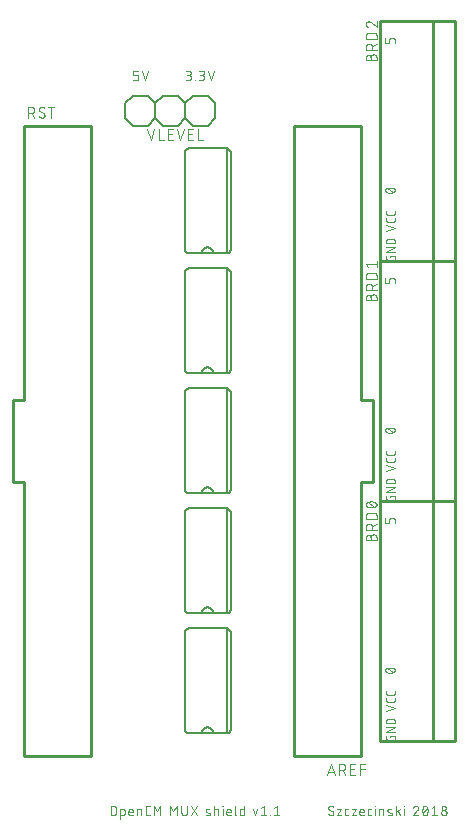
<source format=gbr>
G04 EAGLE Gerber X2 export*
%TF.Part,Single*%
%TF.FileFunction,Legend,Top,1*%
%TF.FilePolarity,Positive*%
%TF.GenerationSoftware,Autodesk,EAGLE,9.1.0*%
%TF.CreationDate,2018-12-11T14:46:23Z*%
G75*
%MOMM*%
%FSLAX34Y34*%
%LPD*%
%AMOC8*
5,1,8,0,0,1.08239X$1,22.5*%
G01*
%ADD10C,0.076200*%
%ADD11C,0.050800*%
%ADD12C,0.254000*%
%ADD13C,0.101600*%
%ADD14C,0.152400*%


D10*
X384090Y38481D02*
X384173Y38483D01*
X384257Y38489D01*
X384340Y38498D01*
X384422Y38512D01*
X384504Y38529D01*
X384584Y38550D01*
X384664Y38575D01*
X384742Y38603D01*
X384820Y38635D01*
X384895Y38670D01*
X384969Y38709D01*
X385041Y38752D01*
X385111Y38797D01*
X385178Y38846D01*
X385244Y38898D01*
X385307Y38952D01*
X385367Y39010D01*
X385425Y39070D01*
X385479Y39133D01*
X385531Y39199D01*
X385580Y39266D01*
X385625Y39336D01*
X385668Y39408D01*
X385707Y39482D01*
X385742Y39558D01*
X385774Y39635D01*
X385802Y39713D01*
X385827Y39793D01*
X385848Y39874D01*
X385865Y39955D01*
X385879Y40037D01*
X385888Y40120D01*
X385894Y40204D01*
X385896Y40287D01*
X384090Y38481D02*
X383970Y38483D01*
X383849Y38489D01*
X383729Y38498D01*
X383609Y38511D01*
X383490Y38528D01*
X383371Y38549D01*
X383253Y38574D01*
X383136Y38602D01*
X383020Y38634D01*
X382905Y38670D01*
X382791Y38709D01*
X382678Y38752D01*
X382567Y38798D01*
X382458Y38848D01*
X382349Y38901D01*
X382243Y38958D01*
X382139Y39018D01*
X382036Y39081D01*
X381936Y39148D01*
X381837Y39217D01*
X381741Y39290D01*
X381647Y39365D01*
X381556Y39444D01*
X381467Y39526D01*
X381381Y39610D01*
X381607Y44803D02*
X381609Y44886D01*
X381615Y44970D01*
X381624Y45053D01*
X381638Y45135D01*
X381655Y45216D01*
X381676Y45297D01*
X381701Y45377D01*
X381729Y45455D01*
X381761Y45532D01*
X381796Y45608D01*
X381835Y45682D01*
X381878Y45754D01*
X381923Y45824D01*
X381972Y45891D01*
X382024Y45957D01*
X382078Y46020D01*
X382136Y46080D01*
X382196Y46138D01*
X382259Y46192D01*
X382325Y46244D01*
X382392Y46293D01*
X382462Y46338D01*
X382534Y46381D01*
X382608Y46420D01*
X382684Y46455D01*
X382761Y46487D01*
X382839Y46515D01*
X382919Y46540D01*
X383000Y46561D01*
X383081Y46578D01*
X383163Y46592D01*
X383246Y46601D01*
X383330Y46607D01*
X383413Y46609D01*
X383528Y46607D01*
X383642Y46601D01*
X383757Y46592D01*
X383870Y46578D01*
X383984Y46561D01*
X384097Y46539D01*
X384208Y46514D01*
X384320Y46485D01*
X384430Y46453D01*
X384538Y46417D01*
X384646Y46377D01*
X384752Y46333D01*
X384857Y46286D01*
X384959Y46235D01*
X385061Y46181D01*
X385160Y46124D01*
X385257Y46063D01*
X385352Y45999D01*
X385445Y45932D01*
X382510Y43223D02*
X382440Y43267D01*
X382371Y43313D01*
X382305Y43363D01*
X382241Y43416D01*
X382180Y43471D01*
X382121Y43530D01*
X382065Y43591D01*
X382012Y43654D01*
X381961Y43720D01*
X381914Y43787D01*
X381870Y43857D01*
X381829Y43929D01*
X381791Y44003D01*
X381756Y44078D01*
X381725Y44155D01*
X381698Y44233D01*
X381674Y44312D01*
X381654Y44393D01*
X381637Y44474D01*
X381624Y44555D01*
X381614Y44638D01*
X381609Y44720D01*
X381607Y44803D01*
X384993Y41867D02*
X385063Y41823D01*
X385132Y41777D01*
X385198Y41727D01*
X385262Y41674D01*
X385323Y41619D01*
X385382Y41560D01*
X385438Y41499D01*
X385491Y41436D01*
X385542Y41370D01*
X385589Y41303D01*
X385633Y41233D01*
X385674Y41161D01*
X385712Y41087D01*
X385747Y41012D01*
X385778Y40935D01*
X385805Y40857D01*
X385829Y40778D01*
X385849Y40697D01*
X385866Y40616D01*
X385879Y40535D01*
X385889Y40452D01*
X385894Y40370D01*
X385896Y40287D01*
X384993Y41868D02*
X382510Y43222D01*
X388767Y43900D02*
X392379Y43900D01*
X388767Y38481D01*
X392379Y38481D01*
X396798Y38481D02*
X398605Y38481D01*
X396798Y38481D02*
X396727Y38483D01*
X396656Y38488D01*
X396586Y38498D01*
X396516Y38511D01*
X396447Y38527D01*
X396379Y38547D01*
X396312Y38571D01*
X396247Y38598D01*
X396183Y38629D01*
X396121Y38663D01*
X396060Y38700D01*
X396002Y38740D01*
X395945Y38783D01*
X395891Y38829D01*
X395840Y38878D01*
X395791Y38929D01*
X395745Y38983D01*
X395702Y39040D01*
X395662Y39098D01*
X395625Y39159D01*
X395591Y39221D01*
X395560Y39285D01*
X395533Y39350D01*
X395509Y39417D01*
X395489Y39485D01*
X395473Y39554D01*
X395460Y39624D01*
X395450Y39694D01*
X395445Y39765D01*
X395443Y39836D01*
X395444Y39836D02*
X395444Y42545D01*
X395443Y42545D02*
X395445Y42616D01*
X395450Y42687D01*
X395460Y42757D01*
X395473Y42827D01*
X395489Y42896D01*
X395509Y42964D01*
X395533Y43031D01*
X395560Y43096D01*
X395591Y43160D01*
X395625Y43223D01*
X395662Y43283D01*
X395702Y43341D01*
X395745Y43398D01*
X395791Y43452D01*
X395840Y43503D01*
X395891Y43552D01*
X395945Y43598D01*
X396002Y43641D01*
X396060Y43681D01*
X396121Y43718D01*
X396183Y43752D01*
X396247Y43783D01*
X396312Y43810D01*
X396379Y43834D01*
X396447Y43854D01*
X396516Y43870D01*
X396586Y43883D01*
X396656Y43893D01*
X396727Y43898D01*
X396798Y43900D01*
X398605Y43900D01*
X401302Y43900D02*
X404914Y43900D01*
X401302Y38481D01*
X404914Y38481D01*
X409324Y38481D02*
X411581Y38481D01*
X409324Y38481D02*
X409253Y38483D01*
X409182Y38488D01*
X409112Y38498D01*
X409042Y38511D01*
X408973Y38527D01*
X408905Y38547D01*
X408838Y38571D01*
X408773Y38598D01*
X408709Y38629D01*
X408647Y38663D01*
X408586Y38700D01*
X408528Y38740D01*
X408471Y38783D01*
X408417Y38829D01*
X408366Y38878D01*
X408317Y38929D01*
X408271Y38983D01*
X408228Y39040D01*
X408188Y39098D01*
X408151Y39159D01*
X408117Y39221D01*
X408086Y39285D01*
X408059Y39350D01*
X408035Y39417D01*
X408015Y39485D01*
X407999Y39554D01*
X407986Y39624D01*
X407976Y39694D01*
X407971Y39765D01*
X407969Y39836D01*
X407969Y42093D01*
X407971Y42176D01*
X407977Y42260D01*
X407986Y42343D01*
X408000Y42425D01*
X408017Y42506D01*
X408038Y42587D01*
X408063Y42667D01*
X408091Y42745D01*
X408123Y42822D01*
X408158Y42898D01*
X408197Y42972D01*
X408240Y43044D01*
X408285Y43114D01*
X408334Y43181D01*
X408386Y43247D01*
X408440Y43310D01*
X408498Y43370D01*
X408558Y43428D01*
X408621Y43482D01*
X408687Y43534D01*
X408754Y43583D01*
X408824Y43628D01*
X408896Y43671D01*
X408970Y43710D01*
X409046Y43745D01*
X409123Y43777D01*
X409201Y43805D01*
X409281Y43830D01*
X409362Y43851D01*
X409443Y43868D01*
X409525Y43882D01*
X409608Y43891D01*
X409692Y43897D01*
X409775Y43899D01*
X409858Y43897D01*
X409942Y43891D01*
X410025Y43882D01*
X410107Y43868D01*
X410188Y43851D01*
X410269Y43830D01*
X410349Y43805D01*
X410427Y43777D01*
X410504Y43745D01*
X410580Y43710D01*
X410654Y43671D01*
X410726Y43628D01*
X410796Y43583D01*
X410863Y43534D01*
X410929Y43482D01*
X410992Y43428D01*
X411052Y43370D01*
X411110Y43310D01*
X411164Y43247D01*
X411216Y43181D01*
X411265Y43114D01*
X411310Y43044D01*
X411353Y42972D01*
X411392Y42898D01*
X411427Y42822D01*
X411459Y42745D01*
X411487Y42667D01*
X411512Y42587D01*
X411533Y42506D01*
X411550Y42425D01*
X411564Y42343D01*
X411573Y42260D01*
X411579Y42176D01*
X411581Y42093D01*
X411581Y41190D01*
X407969Y41190D01*
X416267Y38481D02*
X418074Y38481D01*
X416267Y38481D02*
X416196Y38483D01*
X416125Y38488D01*
X416055Y38498D01*
X415985Y38511D01*
X415916Y38527D01*
X415848Y38547D01*
X415781Y38571D01*
X415716Y38598D01*
X415652Y38629D01*
X415590Y38663D01*
X415529Y38700D01*
X415471Y38740D01*
X415414Y38783D01*
X415360Y38829D01*
X415309Y38878D01*
X415260Y38929D01*
X415214Y38983D01*
X415171Y39040D01*
X415131Y39098D01*
X415094Y39159D01*
X415060Y39221D01*
X415029Y39285D01*
X415002Y39350D01*
X414978Y39417D01*
X414958Y39485D01*
X414942Y39554D01*
X414929Y39624D01*
X414919Y39694D01*
X414914Y39765D01*
X414912Y39836D01*
X414913Y39836D02*
X414913Y42545D01*
X414912Y42545D02*
X414914Y42616D01*
X414919Y42687D01*
X414929Y42757D01*
X414942Y42827D01*
X414958Y42896D01*
X414978Y42964D01*
X415002Y43031D01*
X415029Y43096D01*
X415060Y43160D01*
X415094Y43223D01*
X415131Y43283D01*
X415171Y43341D01*
X415214Y43398D01*
X415260Y43452D01*
X415309Y43503D01*
X415360Y43552D01*
X415414Y43598D01*
X415471Y43641D01*
X415529Y43681D01*
X415590Y43718D01*
X415652Y43752D01*
X415716Y43783D01*
X415781Y43810D01*
X415848Y43834D01*
X415916Y43854D01*
X415985Y43870D01*
X416055Y43883D01*
X416125Y43893D01*
X416196Y43898D01*
X416267Y43900D01*
X418074Y43900D01*
X420977Y43900D02*
X420977Y38481D01*
X420751Y46157D02*
X420751Y46609D01*
X421202Y46609D01*
X421202Y46157D01*
X420751Y46157D01*
X424504Y43900D02*
X424504Y38481D01*
X424504Y43900D02*
X426762Y43900D01*
X426835Y43898D01*
X426908Y43892D01*
X426981Y43882D01*
X427053Y43868D01*
X427124Y43851D01*
X427195Y43829D01*
X427264Y43804D01*
X427331Y43775D01*
X427397Y43742D01*
X427461Y43706D01*
X427522Y43667D01*
X427582Y43624D01*
X427639Y43578D01*
X427694Y43529D01*
X427746Y43477D01*
X427795Y43422D01*
X427841Y43365D01*
X427883Y43305D01*
X427923Y43244D01*
X427959Y43180D01*
X427992Y43114D01*
X428021Y43047D01*
X428046Y42978D01*
X428068Y42908D01*
X428085Y42836D01*
X428099Y42764D01*
X428109Y42692D01*
X428115Y42618D01*
X428117Y42545D01*
X428117Y38481D01*
X432382Y41642D02*
X434640Y40739D01*
X432382Y41642D02*
X432320Y41669D01*
X432260Y41699D01*
X432201Y41733D01*
X432144Y41770D01*
X432090Y41811D01*
X432038Y41854D01*
X431989Y41901D01*
X431943Y41950D01*
X431899Y42002D01*
X431859Y42056D01*
X431821Y42113D01*
X431787Y42171D01*
X431757Y42232D01*
X431730Y42294D01*
X431707Y42357D01*
X431687Y42422D01*
X431671Y42488D01*
X431659Y42555D01*
X431651Y42622D01*
X431647Y42689D01*
X431646Y42757D01*
X431650Y42825D01*
X431657Y42892D01*
X431669Y42959D01*
X431684Y43025D01*
X431703Y43090D01*
X431726Y43153D01*
X431752Y43216D01*
X431782Y43276D01*
X431815Y43335D01*
X431852Y43392D01*
X431892Y43447D01*
X431935Y43499D01*
X431981Y43549D01*
X432030Y43596D01*
X432081Y43640D01*
X432135Y43681D01*
X432191Y43719D01*
X432249Y43753D01*
X432309Y43784D01*
X432371Y43812D01*
X432435Y43836D01*
X432499Y43856D01*
X432565Y43873D01*
X432631Y43885D01*
X432699Y43894D01*
X432766Y43899D01*
X432834Y43900D01*
X432834Y43899D02*
X432974Y43896D01*
X433113Y43888D01*
X433253Y43876D01*
X433392Y43861D01*
X433530Y43842D01*
X433668Y43819D01*
X433805Y43793D01*
X433942Y43762D01*
X434077Y43728D01*
X434212Y43691D01*
X434345Y43649D01*
X434477Y43604D01*
X434608Y43556D01*
X434738Y43504D01*
X434866Y43448D01*
X434640Y40739D02*
X434702Y40712D01*
X434762Y40682D01*
X434821Y40648D01*
X434878Y40611D01*
X434932Y40570D01*
X434984Y40527D01*
X435033Y40480D01*
X435079Y40431D01*
X435123Y40379D01*
X435163Y40325D01*
X435201Y40268D01*
X435235Y40210D01*
X435265Y40149D01*
X435292Y40087D01*
X435315Y40024D01*
X435335Y39959D01*
X435351Y39893D01*
X435363Y39826D01*
X435371Y39759D01*
X435375Y39692D01*
X435376Y39624D01*
X435372Y39556D01*
X435365Y39489D01*
X435353Y39422D01*
X435338Y39356D01*
X435319Y39291D01*
X435296Y39228D01*
X435270Y39165D01*
X435240Y39105D01*
X435207Y39046D01*
X435170Y38989D01*
X435130Y38934D01*
X435087Y38882D01*
X435041Y38832D01*
X434992Y38785D01*
X434941Y38741D01*
X434887Y38700D01*
X434831Y38662D01*
X434773Y38628D01*
X434713Y38597D01*
X434651Y38569D01*
X434587Y38545D01*
X434523Y38525D01*
X434457Y38508D01*
X434391Y38496D01*
X434323Y38487D01*
X434256Y38482D01*
X434188Y38481D01*
X434189Y38481D02*
X434008Y38486D01*
X433827Y38495D01*
X433646Y38508D01*
X433466Y38525D01*
X433286Y38547D01*
X433107Y38573D01*
X432928Y38604D01*
X432750Y38638D01*
X432573Y38677D01*
X432397Y38720D01*
X432223Y38767D01*
X432049Y38818D01*
X431876Y38873D01*
X431705Y38932D01*
X439004Y38481D02*
X439004Y46609D01*
X442617Y43900D02*
X439004Y41190D01*
X440585Y42319D02*
X442617Y38481D01*
X445513Y38481D02*
X445513Y43900D01*
X445287Y46157D02*
X445287Y46609D01*
X445739Y46609D01*
X445739Y46157D01*
X445287Y46157D01*
X455606Y46609D02*
X455695Y46607D01*
X455783Y46601D01*
X455871Y46592D01*
X455959Y46578D01*
X456046Y46561D01*
X456132Y46540D01*
X456217Y46515D01*
X456301Y46486D01*
X456384Y46454D01*
X456465Y46419D01*
X456544Y46379D01*
X456622Y46337D01*
X456698Y46291D01*
X456772Y46242D01*
X456843Y46189D01*
X456912Y46134D01*
X456979Y46075D01*
X457043Y46014D01*
X457104Y45950D01*
X457163Y45883D01*
X457218Y45814D01*
X457271Y45743D01*
X457320Y45669D01*
X457366Y45593D01*
X457408Y45515D01*
X457448Y45436D01*
X457483Y45355D01*
X457515Y45272D01*
X457544Y45188D01*
X457569Y45103D01*
X457590Y45017D01*
X457607Y44930D01*
X457621Y44842D01*
X457630Y44754D01*
X457636Y44666D01*
X457638Y44577D01*
X455606Y46609D02*
X455507Y46607D01*
X455407Y46601D01*
X455308Y46592D01*
X455210Y46579D01*
X455111Y46562D01*
X455014Y46541D01*
X454918Y46517D01*
X454822Y46489D01*
X454728Y46457D01*
X454635Y46422D01*
X454543Y46383D01*
X454453Y46341D01*
X454365Y46295D01*
X454278Y46246D01*
X454193Y46194D01*
X454111Y46138D01*
X454030Y46080D01*
X453952Y46018D01*
X453876Y45954D01*
X453803Y45887D01*
X453732Y45817D01*
X453665Y45744D01*
X453599Y45669D01*
X453537Y45591D01*
X453478Y45511D01*
X453422Y45429D01*
X453369Y45345D01*
X453319Y45258D01*
X453273Y45170D01*
X453230Y45081D01*
X453190Y44989D01*
X453154Y44896D01*
X453122Y44802D01*
X456962Y42996D02*
X457028Y43062D01*
X457091Y43130D01*
X457151Y43201D01*
X457208Y43275D01*
X457262Y43350D01*
X457312Y43428D01*
X457360Y43509D01*
X457403Y43591D01*
X457444Y43675D01*
X457480Y43760D01*
X457513Y43847D01*
X457543Y43935D01*
X457568Y44025D01*
X457590Y44115D01*
X457607Y44207D01*
X457621Y44299D01*
X457631Y44391D01*
X457637Y44484D01*
X457639Y44577D01*
X456961Y42997D02*
X453123Y38481D01*
X457638Y38481D01*
X461124Y42545D02*
X461126Y42705D01*
X461132Y42865D01*
X461141Y43024D01*
X461155Y43184D01*
X461172Y43343D01*
X461193Y43501D01*
X461217Y43659D01*
X461246Y43816D01*
X461278Y43973D01*
X461314Y44129D01*
X461354Y44284D01*
X461397Y44438D01*
X461444Y44591D01*
X461495Y44742D01*
X461549Y44893D01*
X461607Y45042D01*
X461668Y45189D01*
X461733Y45335D01*
X461801Y45480D01*
X461829Y45555D01*
X461860Y45628D01*
X461895Y45700D01*
X461933Y45770D01*
X461974Y45838D01*
X462019Y45904D01*
X462066Y45968D01*
X462117Y46030D01*
X462170Y46089D01*
X462227Y46145D01*
X462286Y46199D01*
X462347Y46250D01*
X462411Y46298D01*
X462477Y46343D01*
X462545Y46384D01*
X462615Y46422D01*
X462686Y46457D01*
X462760Y46489D01*
X462834Y46517D01*
X462910Y46541D01*
X462987Y46562D01*
X463065Y46579D01*
X463144Y46592D01*
X463223Y46601D01*
X463302Y46607D01*
X463382Y46609D01*
X463462Y46607D01*
X463541Y46601D01*
X463620Y46592D01*
X463699Y46579D01*
X463777Y46562D01*
X463854Y46541D01*
X463930Y46517D01*
X464004Y46489D01*
X464078Y46457D01*
X464149Y46422D01*
X464219Y46384D01*
X464287Y46343D01*
X464353Y46298D01*
X464417Y46250D01*
X464478Y46199D01*
X464537Y46145D01*
X464594Y46089D01*
X464647Y46030D01*
X464698Y45968D01*
X464745Y45904D01*
X464790Y45838D01*
X464831Y45770D01*
X464869Y45700D01*
X464904Y45628D01*
X464935Y45555D01*
X464963Y45480D01*
X464962Y45480D02*
X465030Y45335D01*
X465095Y45189D01*
X465156Y45042D01*
X465214Y44893D01*
X465268Y44742D01*
X465319Y44591D01*
X465366Y44438D01*
X465409Y44284D01*
X465449Y44129D01*
X465485Y43973D01*
X465517Y43816D01*
X465546Y43659D01*
X465570Y43501D01*
X465591Y43343D01*
X465608Y43184D01*
X465622Y43024D01*
X465631Y42865D01*
X465637Y42705D01*
X465639Y42545D01*
X461124Y42545D02*
X461126Y42385D01*
X461132Y42225D01*
X461141Y42066D01*
X461155Y41906D01*
X461172Y41747D01*
X461193Y41589D01*
X461217Y41431D01*
X461246Y41274D01*
X461278Y41117D01*
X461314Y40961D01*
X461354Y40806D01*
X461397Y40652D01*
X461444Y40500D01*
X461495Y40348D01*
X461549Y40197D01*
X461607Y40048D01*
X461668Y39901D01*
X461733Y39755D01*
X461801Y39610D01*
X461829Y39535D01*
X461860Y39462D01*
X461895Y39390D01*
X461933Y39320D01*
X461974Y39252D01*
X462019Y39186D01*
X462066Y39122D01*
X462117Y39060D01*
X462170Y39001D01*
X462227Y38945D01*
X462286Y38891D01*
X462347Y38840D01*
X462411Y38792D01*
X462477Y38747D01*
X462545Y38706D01*
X462615Y38668D01*
X462686Y38633D01*
X462760Y38601D01*
X462834Y38573D01*
X462910Y38549D01*
X462987Y38528D01*
X463065Y38511D01*
X463144Y38498D01*
X463223Y38489D01*
X463302Y38483D01*
X463382Y38481D01*
X464962Y39610D02*
X465030Y39755D01*
X465095Y39901D01*
X465156Y40048D01*
X465214Y40197D01*
X465268Y40348D01*
X465319Y40500D01*
X465366Y40652D01*
X465409Y40806D01*
X465449Y40961D01*
X465485Y41117D01*
X465517Y41274D01*
X465546Y41431D01*
X465570Y41589D01*
X465591Y41747D01*
X465608Y41906D01*
X465622Y42066D01*
X465631Y42225D01*
X465637Y42385D01*
X465639Y42545D01*
X464963Y39610D02*
X464935Y39535D01*
X464904Y39462D01*
X464869Y39390D01*
X464831Y39320D01*
X464790Y39252D01*
X464745Y39186D01*
X464698Y39122D01*
X464647Y39060D01*
X464594Y39001D01*
X464537Y38945D01*
X464478Y38891D01*
X464417Y38840D01*
X464353Y38792D01*
X464287Y38747D01*
X464219Y38706D01*
X464149Y38668D01*
X464078Y38633D01*
X464004Y38601D01*
X463930Y38573D01*
X463854Y38549D01*
X463777Y38528D01*
X463699Y38511D01*
X463620Y38498D01*
X463541Y38489D01*
X463462Y38483D01*
X463382Y38481D01*
X461575Y40287D02*
X465188Y44803D01*
X469125Y44803D02*
X471383Y46609D01*
X471383Y38481D01*
X473640Y38481D02*
X469125Y38481D01*
X477126Y40739D02*
X477128Y40832D01*
X477134Y40925D01*
X477143Y41018D01*
X477157Y41111D01*
X477174Y41202D01*
X477195Y41293D01*
X477220Y41383D01*
X477248Y41472D01*
X477280Y41560D01*
X477316Y41646D01*
X477355Y41731D01*
X477398Y41814D01*
X477444Y41895D01*
X477494Y41974D01*
X477546Y42051D01*
X477602Y42126D01*
X477661Y42198D01*
X477723Y42268D01*
X477787Y42336D01*
X477855Y42400D01*
X477925Y42462D01*
X477997Y42521D01*
X478072Y42577D01*
X478149Y42629D01*
X478228Y42679D01*
X478309Y42725D01*
X478392Y42768D01*
X478477Y42807D01*
X478563Y42843D01*
X478651Y42875D01*
X478740Y42903D01*
X478830Y42928D01*
X478921Y42949D01*
X479012Y42966D01*
X479105Y42980D01*
X479198Y42989D01*
X479291Y42995D01*
X479384Y42997D01*
X479477Y42995D01*
X479570Y42989D01*
X479663Y42980D01*
X479756Y42966D01*
X479847Y42949D01*
X479938Y42928D01*
X480028Y42903D01*
X480117Y42875D01*
X480205Y42843D01*
X480291Y42807D01*
X480376Y42768D01*
X480459Y42725D01*
X480540Y42679D01*
X480619Y42629D01*
X480696Y42577D01*
X480771Y42521D01*
X480843Y42462D01*
X480913Y42400D01*
X480981Y42336D01*
X481045Y42268D01*
X481107Y42198D01*
X481166Y42126D01*
X481222Y42051D01*
X481274Y41974D01*
X481324Y41895D01*
X481370Y41814D01*
X481413Y41731D01*
X481452Y41646D01*
X481488Y41560D01*
X481520Y41472D01*
X481548Y41383D01*
X481573Y41293D01*
X481594Y41202D01*
X481611Y41111D01*
X481625Y41018D01*
X481634Y40925D01*
X481640Y40832D01*
X481642Y40739D01*
X481640Y40646D01*
X481634Y40553D01*
X481625Y40460D01*
X481611Y40367D01*
X481594Y40276D01*
X481573Y40185D01*
X481548Y40095D01*
X481520Y40006D01*
X481488Y39918D01*
X481452Y39832D01*
X481413Y39747D01*
X481370Y39664D01*
X481324Y39583D01*
X481274Y39504D01*
X481222Y39427D01*
X481166Y39352D01*
X481107Y39280D01*
X481045Y39210D01*
X480981Y39142D01*
X480913Y39078D01*
X480843Y39016D01*
X480771Y38957D01*
X480696Y38901D01*
X480619Y38849D01*
X480540Y38799D01*
X480459Y38753D01*
X480376Y38710D01*
X480291Y38671D01*
X480205Y38635D01*
X480117Y38603D01*
X480028Y38575D01*
X479938Y38550D01*
X479847Y38529D01*
X479756Y38512D01*
X479663Y38498D01*
X479570Y38489D01*
X479477Y38483D01*
X479384Y38481D01*
X479291Y38483D01*
X479198Y38489D01*
X479105Y38498D01*
X479012Y38512D01*
X478921Y38529D01*
X478830Y38550D01*
X478740Y38575D01*
X478651Y38603D01*
X478563Y38635D01*
X478477Y38671D01*
X478392Y38710D01*
X478309Y38753D01*
X478228Y38799D01*
X478149Y38849D01*
X478072Y38901D01*
X477997Y38957D01*
X477925Y39016D01*
X477855Y39078D01*
X477787Y39142D01*
X477723Y39210D01*
X477661Y39280D01*
X477602Y39352D01*
X477546Y39427D01*
X477494Y39504D01*
X477444Y39583D01*
X477398Y39664D01*
X477355Y39747D01*
X477316Y39832D01*
X477280Y39918D01*
X477248Y40006D01*
X477220Y40095D01*
X477195Y40185D01*
X477174Y40276D01*
X477157Y40367D01*
X477143Y40460D01*
X477134Y40553D01*
X477128Y40646D01*
X477126Y40739D01*
X477578Y44803D02*
X477580Y44886D01*
X477586Y44970D01*
X477595Y45053D01*
X477609Y45135D01*
X477626Y45216D01*
X477647Y45297D01*
X477672Y45377D01*
X477700Y45455D01*
X477732Y45532D01*
X477767Y45608D01*
X477806Y45682D01*
X477849Y45754D01*
X477894Y45824D01*
X477943Y45891D01*
X477995Y45957D01*
X478049Y46020D01*
X478107Y46080D01*
X478167Y46138D01*
X478230Y46192D01*
X478296Y46244D01*
X478363Y46293D01*
X478433Y46338D01*
X478505Y46381D01*
X478579Y46420D01*
X478655Y46455D01*
X478732Y46487D01*
X478810Y46515D01*
X478890Y46540D01*
X478971Y46561D01*
X479052Y46578D01*
X479134Y46592D01*
X479217Y46601D01*
X479301Y46607D01*
X479384Y46609D01*
X479467Y46607D01*
X479551Y46601D01*
X479634Y46592D01*
X479716Y46578D01*
X479797Y46561D01*
X479878Y46540D01*
X479958Y46515D01*
X480036Y46487D01*
X480113Y46455D01*
X480189Y46420D01*
X480263Y46381D01*
X480335Y46338D01*
X480405Y46293D01*
X480472Y46244D01*
X480538Y46192D01*
X480601Y46138D01*
X480661Y46080D01*
X480719Y46020D01*
X480773Y45957D01*
X480825Y45891D01*
X480874Y45824D01*
X480919Y45754D01*
X480962Y45682D01*
X481001Y45608D01*
X481036Y45532D01*
X481068Y45455D01*
X481096Y45377D01*
X481121Y45297D01*
X481142Y45216D01*
X481159Y45135D01*
X481173Y45053D01*
X481182Y44970D01*
X481188Y44886D01*
X481190Y44803D01*
X481188Y44720D01*
X481182Y44636D01*
X481173Y44553D01*
X481159Y44471D01*
X481142Y44390D01*
X481121Y44309D01*
X481096Y44229D01*
X481068Y44151D01*
X481036Y44074D01*
X481001Y43998D01*
X480962Y43924D01*
X480919Y43852D01*
X480874Y43782D01*
X480825Y43715D01*
X480773Y43649D01*
X480719Y43586D01*
X480661Y43526D01*
X480601Y43468D01*
X480538Y43414D01*
X480472Y43362D01*
X480405Y43313D01*
X480335Y43268D01*
X480263Y43225D01*
X480189Y43186D01*
X480113Y43151D01*
X480036Y43119D01*
X479958Y43091D01*
X479878Y43066D01*
X479797Y43045D01*
X479716Y43028D01*
X479634Y43014D01*
X479551Y43005D01*
X479467Y42999D01*
X479384Y42997D01*
X479301Y42999D01*
X479217Y43005D01*
X479134Y43014D01*
X479052Y43028D01*
X478971Y43045D01*
X478890Y43066D01*
X478810Y43091D01*
X478732Y43119D01*
X478655Y43151D01*
X478579Y43186D01*
X478505Y43225D01*
X478433Y43268D01*
X478363Y43313D01*
X478296Y43362D01*
X478230Y43414D01*
X478167Y43468D01*
X478107Y43526D01*
X478049Y43586D01*
X477995Y43649D01*
X477943Y43715D01*
X477894Y43782D01*
X477849Y43852D01*
X477806Y43924D01*
X477767Y43998D01*
X477732Y44074D01*
X477700Y44151D01*
X477672Y44229D01*
X477647Y44309D01*
X477626Y44390D01*
X477609Y44471D01*
X477595Y44553D01*
X477586Y44636D01*
X477580Y44720D01*
X477578Y44803D01*
X197231Y44351D02*
X197231Y40739D01*
X197231Y44351D02*
X197233Y44444D01*
X197239Y44537D01*
X197248Y44630D01*
X197262Y44723D01*
X197279Y44814D01*
X197300Y44905D01*
X197325Y44995D01*
X197353Y45084D01*
X197385Y45172D01*
X197421Y45258D01*
X197460Y45343D01*
X197503Y45426D01*
X197549Y45507D01*
X197599Y45586D01*
X197651Y45663D01*
X197707Y45738D01*
X197766Y45810D01*
X197828Y45880D01*
X197892Y45948D01*
X197960Y46012D01*
X198030Y46074D01*
X198102Y46133D01*
X198177Y46189D01*
X198254Y46241D01*
X198333Y46291D01*
X198414Y46337D01*
X198497Y46380D01*
X198582Y46419D01*
X198668Y46455D01*
X198756Y46487D01*
X198845Y46515D01*
X198935Y46540D01*
X199026Y46561D01*
X199117Y46578D01*
X199210Y46592D01*
X199303Y46601D01*
X199396Y46607D01*
X199489Y46609D01*
X199582Y46607D01*
X199675Y46601D01*
X199768Y46592D01*
X199861Y46578D01*
X199952Y46561D01*
X200043Y46540D01*
X200133Y46515D01*
X200222Y46487D01*
X200310Y46455D01*
X200396Y46419D01*
X200481Y46380D01*
X200564Y46337D01*
X200645Y46291D01*
X200724Y46241D01*
X200801Y46189D01*
X200876Y46133D01*
X200948Y46074D01*
X201018Y46012D01*
X201086Y45948D01*
X201150Y45880D01*
X201212Y45810D01*
X201271Y45738D01*
X201327Y45663D01*
X201379Y45586D01*
X201429Y45507D01*
X201475Y45426D01*
X201518Y45343D01*
X201557Y45258D01*
X201593Y45172D01*
X201625Y45084D01*
X201653Y44995D01*
X201678Y44905D01*
X201699Y44814D01*
X201716Y44723D01*
X201730Y44630D01*
X201739Y44537D01*
X201745Y44444D01*
X201747Y44351D01*
X201747Y40739D01*
X201745Y40646D01*
X201739Y40553D01*
X201730Y40460D01*
X201716Y40367D01*
X201699Y40276D01*
X201678Y40185D01*
X201653Y40095D01*
X201625Y40006D01*
X201593Y39918D01*
X201557Y39832D01*
X201518Y39747D01*
X201475Y39664D01*
X201429Y39583D01*
X201379Y39504D01*
X201327Y39427D01*
X201271Y39352D01*
X201212Y39280D01*
X201150Y39210D01*
X201086Y39142D01*
X201018Y39078D01*
X200948Y39016D01*
X200876Y38957D01*
X200801Y38901D01*
X200724Y38849D01*
X200645Y38799D01*
X200564Y38753D01*
X200481Y38710D01*
X200396Y38671D01*
X200310Y38635D01*
X200222Y38603D01*
X200133Y38575D01*
X200043Y38550D01*
X199952Y38529D01*
X199861Y38512D01*
X199768Y38498D01*
X199675Y38489D01*
X199582Y38483D01*
X199489Y38481D01*
X199396Y38483D01*
X199303Y38489D01*
X199210Y38498D01*
X199117Y38512D01*
X199026Y38529D01*
X198935Y38550D01*
X198845Y38575D01*
X198756Y38603D01*
X198668Y38635D01*
X198582Y38671D01*
X198497Y38710D01*
X198414Y38753D01*
X198333Y38799D01*
X198254Y38849D01*
X198177Y38901D01*
X198102Y38957D01*
X198030Y39016D01*
X197960Y39078D01*
X197892Y39142D01*
X197828Y39210D01*
X197766Y39280D01*
X197707Y39352D01*
X197651Y39427D01*
X197599Y39504D01*
X197549Y39583D01*
X197503Y39664D01*
X197460Y39747D01*
X197421Y39832D01*
X197385Y39918D01*
X197353Y40006D01*
X197325Y40095D01*
X197300Y40185D01*
X197279Y40276D01*
X197262Y40367D01*
X197248Y40460D01*
X197239Y40553D01*
X197233Y40646D01*
X197231Y40739D01*
X205460Y43900D02*
X205460Y35772D01*
X205460Y43900D02*
X207717Y43900D01*
X207790Y43898D01*
X207863Y43892D01*
X207936Y43882D01*
X208008Y43868D01*
X208079Y43851D01*
X208150Y43829D01*
X208219Y43804D01*
X208286Y43775D01*
X208352Y43742D01*
X208416Y43706D01*
X208477Y43667D01*
X208537Y43624D01*
X208594Y43578D01*
X208649Y43529D01*
X208701Y43477D01*
X208750Y43422D01*
X208796Y43365D01*
X208838Y43305D01*
X208878Y43244D01*
X208914Y43180D01*
X208947Y43114D01*
X208976Y43047D01*
X209001Y42978D01*
X209023Y42908D01*
X209040Y42836D01*
X209054Y42764D01*
X209064Y42692D01*
X209070Y42618D01*
X209072Y42545D01*
X209072Y39836D01*
X209070Y39765D01*
X209065Y39694D01*
X209055Y39624D01*
X209042Y39554D01*
X209026Y39485D01*
X209006Y39417D01*
X208982Y39350D01*
X208955Y39285D01*
X208924Y39221D01*
X208890Y39158D01*
X208853Y39098D01*
X208813Y39040D01*
X208770Y38983D01*
X208724Y38929D01*
X208675Y38878D01*
X208624Y38829D01*
X208570Y38783D01*
X208513Y38740D01*
X208455Y38700D01*
X208394Y38663D01*
X208332Y38629D01*
X208268Y38598D01*
X208203Y38571D01*
X208136Y38547D01*
X208068Y38527D01*
X207999Y38511D01*
X207929Y38498D01*
X207859Y38488D01*
X207788Y38483D01*
X207717Y38481D01*
X205460Y38481D01*
X213706Y38481D02*
X215963Y38481D01*
X213706Y38481D02*
X213635Y38483D01*
X213564Y38488D01*
X213494Y38498D01*
X213424Y38511D01*
X213355Y38527D01*
X213287Y38547D01*
X213220Y38571D01*
X213155Y38598D01*
X213091Y38629D01*
X213029Y38663D01*
X212968Y38700D01*
X212910Y38740D01*
X212853Y38783D01*
X212799Y38829D01*
X212748Y38878D01*
X212699Y38929D01*
X212653Y38983D01*
X212610Y39040D01*
X212570Y39098D01*
X212533Y39159D01*
X212499Y39221D01*
X212468Y39285D01*
X212441Y39350D01*
X212417Y39417D01*
X212397Y39485D01*
X212381Y39554D01*
X212368Y39624D01*
X212358Y39694D01*
X212353Y39765D01*
X212351Y39836D01*
X212351Y42093D01*
X212353Y42176D01*
X212359Y42260D01*
X212368Y42343D01*
X212382Y42425D01*
X212399Y42506D01*
X212420Y42587D01*
X212445Y42667D01*
X212473Y42745D01*
X212505Y42822D01*
X212540Y42898D01*
X212579Y42972D01*
X212622Y43044D01*
X212667Y43114D01*
X212716Y43181D01*
X212768Y43247D01*
X212822Y43310D01*
X212880Y43370D01*
X212940Y43428D01*
X213003Y43482D01*
X213069Y43534D01*
X213136Y43583D01*
X213206Y43628D01*
X213278Y43671D01*
X213352Y43710D01*
X213428Y43745D01*
X213505Y43777D01*
X213583Y43805D01*
X213663Y43830D01*
X213744Y43851D01*
X213825Y43868D01*
X213907Y43882D01*
X213990Y43891D01*
X214074Y43897D01*
X214157Y43899D01*
X214240Y43897D01*
X214324Y43891D01*
X214407Y43882D01*
X214489Y43868D01*
X214570Y43851D01*
X214651Y43830D01*
X214731Y43805D01*
X214809Y43777D01*
X214886Y43745D01*
X214962Y43710D01*
X215036Y43671D01*
X215108Y43628D01*
X215178Y43583D01*
X215245Y43534D01*
X215311Y43482D01*
X215374Y43428D01*
X215434Y43370D01*
X215492Y43310D01*
X215546Y43247D01*
X215598Y43181D01*
X215647Y43114D01*
X215692Y43044D01*
X215735Y42972D01*
X215774Y42898D01*
X215809Y42822D01*
X215841Y42745D01*
X215869Y42667D01*
X215894Y42587D01*
X215915Y42506D01*
X215932Y42425D01*
X215946Y42343D01*
X215955Y42260D01*
X215961Y42176D01*
X215963Y42093D01*
X215963Y41190D01*
X212351Y41190D01*
X219552Y38481D02*
X219552Y43900D01*
X221810Y43900D01*
X221883Y43898D01*
X221956Y43892D01*
X222029Y43882D01*
X222101Y43868D01*
X222172Y43851D01*
X222243Y43829D01*
X222312Y43804D01*
X222379Y43775D01*
X222445Y43742D01*
X222509Y43706D01*
X222570Y43667D01*
X222630Y43624D01*
X222687Y43578D01*
X222742Y43529D01*
X222794Y43477D01*
X222843Y43422D01*
X222889Y43365D01*
X222931Y43305D01*
X222971Y43244D01*
X223007Y43180D01*
X223040Y43114D01*
X223069Y43047D01*
X223094Y42978D01*
X223116Y42908D01*
X223133Y42836D01*
X223147Y42764D01*
X223157Y42692D01*
X223163Y42618D01*
X223165Y42545D01*
X223164Y42545D02*
X223164Y38481D01*
X228617Y38481D02*
X230423Y38481D01*
X228617Y38481D02*
X228534Y38483D01*
X228450Y38489D01*
X228367Y38498D01*
X228285Y38512D01*
X228204Y38529D01*
X228123Y38550D01*
X228043Y38575D01*
X227965Y38603D01*
X227888Y38635D01*
X227812Y38670D01*
X227738Y38709D01*
X227666Y38752D01*
X227596Y38797D01*
X227529Y38846D01*
X227463Y38898D01*
X227400Y38952D01*
X227340Y39010D01*
X227282Y39070D01*
X227228Y39133D01*
X227176Y39199D01*
X227127Y39266D01*
X227082Y39336D01*
X227039Y39408D01*
X227000Y39482D01*
X226965Y39558D01*
X226933Y39635D01*
X226905Y39713D01*
X226880Y39793D01*
X226859Y39874D01*
X226842Y39955D01*
X226828Y40037D01*
X226819Y40120D01*
X226813Y40204D01*
X226811Y40287D01*
X226810Y40287D02*
X226810Y44803D01*
X226811Y44803D02*
X226813Y44886D01*
X226819Y44970D01*
X226828Y45053D01*
X226842Y45135D01*
X226859Y45216D01*
X226880Y45297D01*
X226905Y45377D01*
X226933Y45455D01*
X226965Y45532D01*
X227000Y45608D01*
X227039Y45682D01*
X227082Y45754D01*
X227127Y45824D01*
X227176Y45891D01*
X227228Y45957D01*
X227282Y46020D01*
X227340Y46080D01*
X227400Y46138D01*
X227463Y46192D01*
X227529Y46244D01*
X227596Y46293D01*
X227666Y46338D01*
X227738Y46381D01*
X227812Y46420D01*
X227887Y46455D01*
X227965Y46487D01*
X228043Y46515D01*
X228123Y46540D01*
X228203Y46561D01*
X228285Y46578D01*
X228367Y46592D01*
X228450Y46601D01*
X228534Y46607D01*
X228617Y46609D01*
X230423Y46609D01*
X233851Y46609D02*
X233851Y38481D01*
X236560Y42093D02*
X233851Y46609D01*
X236560Y42093D02*
X239269Y46609D01*
X239269Y38481D01*
X247719Y38481D02*
X247719Y46609D01*
X250428Y42093D01*
X253138Y46609D01*
X253138Y38481D01*
X257238Y40739D02*
X257238Y46609D01*
X257238Y40739D02*
X257240Y40646D01*
X257246Y40553D01*
X257255Y40460D01*
X257269Y40367D01*
X257286Y40276D01*
X257307Y40185D01*
X257332Y40095D01*
X257360Y40006D01*
X257392Y39918D01*
X257428Y39832D01*
X257467Y39747D01*
X257510Y39664D01*
X257556Y39583D01*
X257606Y39504D01*
X257658Y39427D01*
X257714Y39352D01*
X257773Y39280D01*
X257835Y39210D01*
X257899Y39142D01*
X257967Y39078D01*
X258037Y39016D01*
X258109Y38957D01*
X258184Y38901D01*
X258261Y38849D01*
X258340Y38799D01*
X258421Y38753D01*
X258504Y38710D01*
X258589Y38671D01*
X258675Y38635D01*
X258763Y38603D01*
X258852Y38575D01*
X258942Y38550D01*
X259033Y38529D01*
X259124Y38512D01*
X259217Y38498D01*
X259310Y38489D01*
X259403Y38483D01*
X259496Y38481D01*
X259589Y38483D01*
X259682Y38489D01*
X259775Y38498D01*
X259868Y38512D01*
X259959Y38529D01*
X260050Y38550D01*
X260140Y38575D01*
X260229Y38603D01*
X260317Y38635D01*
X260403Y38671D01*
X260488Y38710D01*
X260571Y38753D01*
X260652Y38799D01*
X260731Y38849D01*
X260808Y38901D01*
X260883Y38957D01*
X260955Y39016D01*
X261025Y39078D01*
X261093Y39142D01*
X261157Y39210D01*
X261219Y39280D01*
X261278Y39352D01*
X261334Y39427D01*
X261386Y39504D01*
X261436Y39583D01*
X261482Y39664D01*
X261525Y39747D01*
X261564Y39832D01*
X261600Y39918D01*
X261632Y40006D01*
X261660Y40095D01*
X261685Y40185D01*
X261706Y40276D01*
X261723Y40367D01*
X261737Y40460D01*
X261746Y40553D01*
X261752Y40646D01*
X261754Y40739D01*
X261754Y46609D01*
X270473Y46609D02*
X265054Y38481D01*
X270473Y38481D02*
X265054Y46609D01*
X278369Y41642D02*
X280627Y40739D01*
X278369Y41642D02*
X278307Y41669D01*
X278247Y41699D01*
X278188Y41733D01*
X278131Y41770D01*
X278077Y41811D01*
X278025Y41854D01*
X277976Y41901D01*
X277930Y41950D01*
X277886Y42002D01*
X277846Y42056D01*
X277808Y42113D01*
X277774Y42171D01*
X277744Y42232D01*
X277717Y42294D01*
X277694Y42357D01*
X277674Y42422D01*
X277658Y42488D01*
X277646Y42555D01*
X277638Y42622D01*
X277634Y42689D01*
X277633Y42757D01*
X277637Y42825D01*
X277644Y42892D01*
X277656Y42959D01*
X277671Y43025D01*
X277690Y43090D01*
X277713Y43153D01*
X277739Y43216D01*
X277769Y43276D01*
X277802Y43335D01*
X277839Y43392D01*
X277879Y43447D01*
X277922Y43499D01*
X277968Y43549D01*
X278017Y43596D01*
X278068Y43640D01*
X278122Y43681D01*
X278178Y43719D01*
X278236Y43753D01*
X278296Y43784D01*
X278358Y43812D01*
X278422Y43836D01*
X278486Y43856D01*
X278552Y43873D01*
X278618Y43885D01*
X278686Y43894D01*
X278753Y43899D01*
X278821Y43900D01*
X278821Y43899D02*
X278961Y43896D01*
X279100Y43888D01*
X279240Y43876D01*
X279379Y43861D01*
X279517Y43842D01*
X279655Y43819D01*
X279792Y43793D01*
X279929Y43762D01*
X280064Y43728D01*
X280199Y43691D01*
X280332Y43649D01*
X280464Y43604D01*
X280595Y43556D01*
X280725Y43504D01*
X280853Y43448D01*
X280627Y40739D02*
X280689Y40712D01*
X280749Y40682D01*
X280808Y40648D01*
X280865Y40611D01*
X280919Y40570D01*
X280971Y40527D01*
X281020Y40480D01*
X281066Y40431D01*
X281110Y40379D01*
X281150Y40325D01*
X281188Y40268D01*
X281222Y40210D01*
X281252Y40149D01*
X281279Y40087D01*
X281302Y40024D01*
X281322Y39959D01*
X281338Y39893D01*
X281350Y39826D01*
X281358Y39759D01*
X281362Y39692D01*
X281363Y39624D01*
X281359Y39556D01*
X281352Y39489D01*
X281340Y39422D01*
X281325Y39356D01*
X281306Y39291D01*
X281283Y39228D01*
X281257Y39165D01*
X281227Y39105D01*
X281194Y39046D01*
X281157Y38989D01*
X281117Y38934D01*
X281074Y38882D01*
X281028Y38832D01*
X280979Y38785D01*
X280928Y38741D01*
X280874Y38700D01*
X280818Y38662D01*
X280760Y38628D01*
X280700Y38597D01*
X280638Y38569D01*
X280574Y38545D01*
X280510Y38525D01*
X280444Y38508D01*
X280378Y38496D01*
X280310Y38487D01*
X280243Y38482D01*
X280175Y38481D01*
X280176Y38481D02*
X279995Y38486D01*
X279814Y38495D01*
X279633Y38508D01*
X279453Y38525D01*
X279273Y38547D01*
X279094Y38573D01*
X278915Y38604D01*
X278737Y38638D01*
X278560Y38677D01*
X278384Y38720D01*
X278210Y38767D01*
X278036Y38818D01*
X277863Y38873D01*
X277692Y38932D01*
X284893Y38481D02*
X284893Y46609D01*
X284893Y43900D02*
X287151Y43900D01*
X287224Y43898D01*
X287297Y43892D01*
X287370Y43882D01*
X287442Y43868D01*
X287513Y43851D01*
X287584Y43829D01*
X287653Y43804D01*
X287720Y43775D01*
X287786Y43742D01*
X287850Y43706D01*
X287911Y43667D01*
X287971Y43624D01*
X288028Y43578D01*
X288083Y43529D01*
X288135Y43477D01*
X288184Y43422D01*
X288230Y43365D01*
X288272Y43305D01*
X288312Y43244D01*
X288348Y43180D01*
X288381Y43114D01*
X288410Y43047D01*
X288435Y42978D01*
X288457Y42908D01*
X288474Y42836D01*
X288488Y42764D01*
X288498Y42692D01*
X288504Y42618D01*
X288506Y42545D01*
X288505Y42545D02*
X288505Y38481D01*
X292033Y38481D02*
X292033Y43900D01*
X291807Y46157D02*
X291807Y46609D01*
X292259Y46609D01*
X292259Y46157D01*
X291807Y46157D01*
X296649Y38481D02*
X298907Y38481D01*
X296649Y38481D02*
X296578Y38483D01*
X296507Y38488D01*
X296437Y38498D01*
X296367Y38511D01*
X296298Y38527D01*
X296230Y38547D01*
X296163Y38571D01*
X296098Y38598D01*
X296034Y38629D01*
X295972Y38663D01*
X295911Y38700D01*
X295853Y38740D01*
X295796Y38783D01*
X295742Y38829D01*
X295691Y38878D01*
X295642Y38929D01*
X295596Y38983D01*
X295553Y39040D01*
X295513Y39098D01*
X295476Y39159D01*
X295442Y39221D01*
X295411Y39285D01*
X295384Y39350D01*
X295360Y39417D01*
X295340Y39485D01*
X295324Y39554D01*
X295311Y39624D01*
X295301Y39694D01*
X295296Y39765D01*
X295294Y39836D01*
X295294Y42093D01*
X295296Y42176D01*
X295302Y42260D01*
X295311Y42343D01*
X295325Y42425D01*
X295342Y42506D01*
X295363Y42587D01*
X295388Y42667D01*
X295416Y42745D01*
X295448Y42822D01*
X295483Y42898D01*
X295522Y42972D01*
X295565Y43044D01*
X295610Y43114D01*
X295659Y43181D01*
X295711Y43247D01*
X295765Y43310D01*
X295823Y43370D01*
X295883Y43428D01*
X295946Y43482D01*
X296012Y43534D01*
X296079Y43583D01*
X296149Y43628D01*
X296221Y43671D01*
X296295Y43710D01*
X296371Y43745D01*
X296448Y43777D01*
X296526Y43805D01*
X296606Y43830D01*
X296687Y43851D01*
X296768Y43868D01*
X296850Y43882D01*
X296933Y43891D01*
X297017Y43897D01*
X297100Y43899D01*
X297183Y43897D01*
X297267Y43891D01*
X297350Y43882D01*
X297432Y43868D01*
X297513Y43851D01*
X297594Y43830D01*
X297674Y43805D01*
X297752Y43777D01*
X297829Y43745D01*
X297905Y43710D01*
X297979Y43671D01*
X298051Y43628D01*
X298121Y43583D01*
X298188Y43534D01*
X298254Y43482D01*
X298317Y43428D01*
X298377Y43370D01*
X298435Y43310D01*
X298489Y43247D01*
X298541Y43181D01*
X298590Y43114D01*
X298635Y43044D01*
X298678Y42972D01*
X298717Y42898D01*
X298752Y42822D01*
X298784Y42745D01*
X298812Y42667D01*
X298837Y42587D01*
X298858Y42506D01*
X298875Y42425D01*
X298889Y42343D01*
X298898Y42260D01*
X298904Y42176D01*
X298906Y42093D01*
X298907Y42093D02*
X298907Y41190D01*
X295294Y41190D01*
X302327Y39836D02*
X302327Y46609D01*
X302327Y39836D02*
X302329Y39765D01*
X302334Y39694D01*
X302344Y39624D01*
X302357Y39554D01*
X302373Y39485D01*
X302393Y39417D01*
X302417Y39350D01*
X302444Y39285D01*
X302475Y39221D01*
X302509Y39159D01*
X302546Y39098D01*
X302586Y39040D01*
X302629Y38983D01*
X302675Y38929D01*
X302724Y38878D01*
X302775Y38829D01*
X302829Y38783D01*
X302886Y38740D01*
X302944Y38700D01*
X303005Y38663D01*
X303067Y38629D01*
X303131Y38598D01*
X303196Y38571D01*
X303263Y38547D01*
X303331Y38527D01*
X303400Y38511D01*
X303470Y38498D01*
X303540Y38488D01*
X303611Y38483D01*
X303682Y38481D01*
X310065Y38481D02*
X310065Y46609D01*
X310065Y38481D02*
X307808Y38481D01*
X307737Y38483D01*
X307666Y38488D01*
X307596Y38498D01*
X307526Y38511D01*
X307457Y38527D01*
X307389Y38547D01*
X307322Y38571D01*
X307257Y38598D01*
X307193Y38629D01*
X307131Y38663D01*
X307070Y38700D01*
X307012Y38740D01*
X306955Y38783D01*
X306901Y38829D01*
X306850Y38878D01*
X306801Y38929D01*
X306755Y38983D01*
X306712Y39040D01*
X306672Y39098D01*
X306635Y39159D01*
X306601Y39221D01*
X306570Y39285D01*
X306543Y39350D01*
X306519Y39417D01*
X306499Y39485D01*
X306483Y39554D01*
X306470Y39624D01*
X306460Y39694D01*
X306455Y39765D01*
X306453Y39836D01*
X306453Y42545D01*
X306455Y42616D01*
X306460Y42687D01*
X306470Y42757D01*
X306483Y42827D01*
X306499Y42896D01*
X306519Y42964D01*
X306543Y43031D01*
X306570Y43096D01*
X306601Y43160D01*
X306635Y43223D01*
X306672Y43283D01*
X306712Y43341D01*
X306755Y43398D01*
X306801Y43452D01*
X306850Y43503D01*
X306901Y43552D01*
X306955Y43598D01*
X307012Y43641D01*
X307070Y43681D01*
X307131Y43718D01*
X307193Y43752D01*
X307257Y43783D01*
X307322Y43810D01*
X307389Y43834D01*
X307457Y43854D01*
X307526Y43870D01*
X307596Y43883D01*
X307666Y43893D01*
X307737Y43898D01*
X307808Y43900D01*
X310065Y43900D01*
X317697Y43900D02*
X319503Y38481D01*
X321309Y43900D01*
X324446Y44803D02*
X326704Y46609D01*
X326704Y38481D01*
X324446Y38481D02*
X328962Y38481D01*
X332079Y38481D02*
X332079Y38933D01*
X332530Y38933D01*
X332530Y38481D01*
X332079Y38481D01*
X335648Y44803D02*
X337905Y46609D01*
X337905Y38481D01*
X335648Y38481D02*
X340163Y38481D01*
X218990Y660781D02*
X216281Y660781D01*
X218990Y660781D02*
X219073Y660783D01*
X219157Y660789D01*
X219240Y660798D01*
X219322Y660812D01*
X219403Y660829D01*
X219484Y660850D01*
X219564Y660875D01*
X219642Y660903D01*
X219719Y660935D01*
X219795Y660970D01*
X219869Y661009D01*
X219941Y661052D01*
X220011Y661097D01*
X220078Y661146D01*
X220144Y661198D01*
X220207Y661252D01*
X220267Y661310D01*
X220325Y661370D01*
X220379Y661433D01*
X220431Y661499D01*
X220480Y661566D01*
X220526Y661636D01*
X220568Y661708D01*
X220607Y661782D01*
X220642Y661858D01*
X220674Y661935D01*
X220702Y662013D01*
X220727Y662093D01*
X220748Y662174D01*
X220765Y662255D01*
X220779Y662338D01*
X220788Y662420D01*
X220794Y662504D01*
X220796Y662587D01*
X220797Y662587D02*
X220797Y663490D01*
X220796Y663490D02*
X220794Y663573D01*
X220788Y663657D01*
X220779Y663740D01*
X220765Y663822D01*
X220748Y663903D01*
X220727Y663984D01*
X220702Y664064D01*
X220674Y664142D01*
X220642Y664219D01*
X220607Y664295D01*
X220568Y664369D01*
X220525Y664441D01*
X220480Y664511D01*
X220431Y664578D01*
X220379Y664644D01*
X220325Y664707D01*
X220267Y664767D01*
X220207Y664825D01*
X220144Y664879D01*
X220078Y664931D01*
X220011Y664980D01*
X219941Y665025D01*
X219869Y665068D01*
X219795Y665107D01*
X219719Y665142D01*
X219642Y665174D01*
X219564Y665202D01*
X219484Y665227D01*
X219403Y665248D01*
X219322Y665265D01*
X219240Y665279D01*
X219157Y665288D01*
X219073Y665294D01*
X218990Y665296D01*
X218990Y665297D02*
X216281Y665297D01*
X216281Y668909D01*
X220797Y668909D01*
X223830Y668909D02*
X226540Y660781D01*
X229249Y668909D01*
X260731Y660781D02*
X262989Y660781D01*
X263082Y660783D01*
X263175Y660789D01*
X263268Y660798D01*
X263361Y660812D01*
X263452Y660829D01*
X263543Y660850D01*
X263633Y660875D01*
X263722Y660903D01*
X263810Y660935D01*
X263896Y660971D01*
X263981Y661010D01*
X264064Y661053D01*
X264145Y661099D01*
X264224Y661149D01*
X264301Y661201D01*
X264376Y661257D01*
X264448Y661316D01*
X264518Y661378D01*
X264586Y661442D01*
X264650Y661510D01*
X264712Y661580D01*
X264771Y661652D01*
X264827Y661727D01*
X264879Y661804D01*
X264929Y661883D01*
X264975Y661964D01*
X265018Y662047D01*
X265057Y662132D01*
X265093Y662218D01*
X265125Y662306D01*
X265153Y662395D01*
X265178Y662485D01*
X265199Y662576D01*
X265216Y662667D01*
X265230Y662760D01*
X265239Y662853D01*
X265245Y662946D01*
X265247Y663039D01*
X265245Y663132D01*
X265239Y663225D01*
X265230Y663318D01*
X265216Y663411D01*
X265199Y663502D01*
X265178Y663593D01*
X265153Y663683D01*
X265125Y663772D01*
X265093Y663860D01*
X265057Y663946D01*
X265018Y664031D01*
X264975Y664114D01*
X264929Y664195D01*
X264879Y664274D01*
X264827Y664351D01*
X264771Y664426D01*
X264712Y664498D01*
X264650Y664568D01*
X264586Y664636D01*
X264518Y664700D01*
X264448Y664762D01*
X264376Y664821D01*
X264301Y664877D01*
X264224Y664929D01*
X264145Y664979D01*
X264064Y665025D01*
X263981Y665068D01*
X263896Y665107D01*
X263810Y665143D01*
X263722Y665175D01*
X263633Y665203D01*
X263543Y665228D01*
X263452Y665249D01*
X263361Y665266D01*
X263268Y665280D01*
X263175Y665289D01*
X263082Y665295D01*
X262989Y665297D01*
X263440Y668909D02*
X260731Y668909D01*
X263440Y668909D02*
X263523Y668907D01*
X263607Y668901D01*
X263690Y668892D01*
X263772Y668878D01*
X263853Y668861D01*
X263934Y668840D01*
X264014Y668815D01*
X264092Y668787D01*
X264169Y668755D01*
X264245Y668720D01*
X264319Y668681D01*
X264391Y668638D01*
X264461Y668593D01*
X264528Y668544D01*
X264594Y668492D01*
X264657Y668438D01*
X264717Y668380D01*
X264775Y668320D01*
X264829Y668257D01*
X264881Y668191D01*
X264930Y668124D01*
X264975Y668054D01*
X265018Y667982D01*
X265057Y667908D01*
X265092Y667832D01*
X265124Y667755D01*
X265152Y667677D01*
X265177Y667597D01*
X265198Y667516D01*
X265215Y667435D01*
X265229Y667353D01*
X265238Y667270D01*
X265244Y667186D01*
X265246Y667103D01*
X265244Y667020D01*
X265238Y666936D01*
X265229Y666853D01*
X265215Y666771D01*
X265198Y666690D01*
X265177Y666609D01*
X265152Y666529D01*
X265124Y666451D01*
X265092Y666374D01*
X265057Y666298D01*
X265018Y666224D01*
X264975Y666152D01*
X264930Y666082D01*
X264881Y666015D01*
X264829Y665949D01*
X264775Y665886D01*
X264717Y665826D01*
X264657Y665768D01*
X264594Y665714D01*
X264528Y665662D01*
X264461Y665613D01*
X264391Y665568D01*
X264319Y665525D01*
X264245Y665486D01*
X264169Y665451D01*
X264092Y665419D01*
X264014Y665391D01*
X263934Y665366D01*
X263853Y665345D01*
X263772Y665328D01*
X263690Y665314D01*
X263607Y665305D01*
X263523Y665299D01*
X263440Y665297D01*
X261634Y665297D01*
X268364Y661233D02*
X268364Y660781D01*
X268364Y661233D02*
X268815Y661233D01*
X268815Y660781D01*
X268364Y660781D01*
X271932Y660781D02*
X274190Y660781D01*
X274283Y660783D01*
X274376Y660789D01*
X274469Y660798D01*
X274562Y660812D01*
X274653Y660829D01*
X274744Y660850D01*
X274834Y660875D01*
X274923Y660903D01*
X275011Y660935D01*
X275097Y660971D01*
X275182Y661010D01*
X275265Y661053D01*
X275346Y661099D01*
X275425Y661149D01*
X275502Y661201D01*
X275577Y661257D01*
X275649Y661316D01*
X275719Y661378D01*
X275787Y661442D01*
X275851Y661510D01*
X275913Y661580D01*
X275972Y661652D01*
X276028Y661727D01*
X276080Y661804D01*
X276130Y661883D01*
X276176Y661964D01*
X276219Y662047D01*
X276258Y662132D01*
X276294Y662218D01*
X276326Y662306D01*
X276354Y662395D01*
X276379Y662485D01*
X276400Y662576D01*
X276417Y662667D01*
X276431Y662760D01*
X276440Y662853D01*
X276446Y662946D01*
X276448Y663039D01*
X276446Y663132D01*
X276440Y663225D01*
X276431Y663318D01*
X276417Y663411D01*
X276400Y663502D01*
X276379Y663593D01*
X276354Y663683D01*
X276326Y663772D01*
X276294Y663860D01*
X276258Y663946D01*
X276219Y664031D01*
X276176Y664114D01*
X276130Y664195D01*
X276080Y664274D01*
X276028Y664351D01*
X275972Y664426D01*
X275913Y664498D01*
X275851Y664568D01*
X275787Y664636D01*
X275719Y664700D01*
X275649Y664762D01*
X275577Y664821D01*
X275502Y664877D01*
X275425Y664929D01*
X275346Y664979D01*
X275265Y665025D01*
X275182Y665068D01*
X275097Y665107D01*
X275011Y665143D01*
X274923Y665175D01*
X274834Y665203D01*
X274744Y665228D01*
X274653Y665249D01*
X274562Y665266D01*
X274469Y665280D01*
X274376Y665289D01*
X274283Y665295D01*
X274190Y665297D01*
X274642Y668909D02*
X271932Y668909D01*
X274642Y668909D02*
X274725Y668907D01*
X274809Y668901D01*
X274892Y668892D01*
X274974Y668878D01*
X275055Y668861D01*
X275136Y668840D01*
X275216Y668815D01*
X275294Y668787D01*
X275371Y668755D01*
X275447Y668720D01*
X275521Y668681D01*
X275593Y668638D01*
X275663Y668593D01*
X275730Y668544D01*
X275796Y668492D01*
X275859Y668438D01*
X275919Y668380D01*
X275977Y668320D01*
X276031Y668257D01*
X276083Y668191D01*
X276132Y668124D01*
X276177Y668054D01*
X276220Y667982D01*
X276259Y667908D01*
X276294Y667832D01*
X276326Y667755D01*
X276354Y667677D01*
X276379Y667597D01*
X276400Y667516D01*
X276417Y667435D01*
X276431Y667353D01*
X276440Y667270D01*
X276446Y667186D01*
X276448Y667103D01*
X276446Y667020D01*
X276440Y666936D01*
X276431Y666853D01*
X276417Y666771D01*
X276400Y666690D01*
X276379Y666609D01*
X276354Y666529D01*
X276326Y666451D01*
X276294Y666374D01*
X276259Y666298D01*
X276220Y666224D01*
X276177Y666152D01*
X276132Y666082D01*
X276083Y666015D01*
X276031Y665949D01*
X275977Y665886D01*
X275919Y665826D01*
X275859Y665768D01*
X275796Y665714D01*
X275730Y665662D01*
X275663Y665613D01*
X275593Y665568D01*
X275521Y665525D01*
X275447Y665486D01*
X275371Y665451D01*
X275294Y665419D01*
X275216Y665391D01*
X275136Y665366D01*
X275055Y665345D01*
X274974Y665328D01*
X274892Y665314D01*
X274809Y665305D01*
X274725Y665299D01*
X274642Y665297D01*
X272835Y665297D01*
X279482Y668909D02*
X282191Y660781D01*
X284900Y668909D01*
X430770Y566208D02*
X430915Y566140D01*
X431061Y566075D01*
X431208Y566014D01*
X431357Y565956D01*
X431508Y565902D01*
X431660Y565851D01*
X431812Y565804D01*
X431966Y565761D01*
X432121Y565721D01*
X432277Y565685D01*
X432434Y565653D01*
X432591Y565624D01*
X432749Y565600D01*
X432907Y565579D01*
X433066Y565562D01*
X433226Y565548D01*
X433385Y565539D01*
X433545Y565533D01*
X433705Y565531D01*
X430770Y566208D02*
X430695Y566236D01*
X430622Y566267D01*
X430550Y566302D01*
X430480Y566340D01*
X430412Y566381D01*
X430346Y566426D01*
X430282Y566473D01*
X430220Y566524D01*
X430161Y566577D01*
X430105Y566634D01*
X430051Y566693D01*
X430000Y566754D01*
X429952Y566818D01*
X429907Y566884D01*
X429866Y566952D01*
X429828Y567022D01*
X429793Y567093D01*
X429761Y567167D01*
X429733Y567241D01*
X429709Y567317D01*
X429688Y567394D01*
X429671Y567472D01*
X429658Y567551D01*
X429649Y567630D01*
X429643Y567709D01*
X429641Y567789D01*
X429643Y567869D01*
X429649Y567948D01*
X429658Y568027D01*
X429671Y568106D01*
X429688Y568184D01*
X429709Y568261D01*
X429733Y568337D01*
X429761Y568411D01*
X429793Y568485D01*
X429828Y568556D01*
X429866Y568626D01*
X429907Y568694D01*
X429952Y568760D01*
X430000Y568824D01*
X430051Y568885D01*
X430105Y568944D01*
X430161Y569001D01*
X430220Y569054D01*
X430282Y569105D01*
X430346Y569152D01*
X430412Y569197D01*
X430480Y569238D01*
X430550Y569276D01*
X430622Y569311D01*
X430695Y569342D01*
X430770Y569370D01*
X430770Y569369D02*
X430915Y569437D01*
X431061Y569502D01*
X431208Y569563D01*
X431357Y569621D01*
X431508Y569675D01*
X431660Y569726D01*
X431812Y569773D01*
X431966Y569816D01*
X432121Y569856D01*
X432277Y569892D01*
X432434Y569924D01*
X432591Y569953D01*
X432749Y569977D01*
X432907Y569998D01*
X433066Y570015D01*
X433226Y570029D01*
X433385Y570038D01*
X433545Y570044D01*
X433705Y570046D01*
X433705Y565531D02*
X433865Y565533D01*
X434025Y565539D01*
X434184Y565548D01*
X434344Y565562D01*
X434503Y565579D01*
X434661Y565600D01*
X434819Y565624D01*
X434976Y565653D01*
X435133Y565685D01*
X435289Y565721D01*
X435444Y565761D01*
X435598Y565804D01*
X435750Y565851D01*
X435902Y565902D01*
X436053Y565956D01*
X436202Y566014D01*
X436349Y566075D01*
X436495Y566140D01*
X436640Y566208D01*
X436715Y566236D01*
X436788Y566267D01*
X436860Y566302D01*
X436930Y566340D01*
X436998Y566381D01*
X437064Y566426D01*
X437128Y566473D01*
X437190Y566524D01*
X437249Y566577D01*
X437305Y566634D01*
X437359Y566693D01*
X437410Y566754D01*
X437458Y566818D01*
X437503Y566884D01*
X437544Y566952D01*
X437582Y567022D01*
X437617Y567093D01*
X437649Y567167D01*
X437677Y567241D01*
X437701Y567317D01*
X437722Y567394D01*
X437739Y567472D01*
X437752Y567551D01*
X437761Y567630D01*
X437767Y567709D01*
X437769Y567789D01*
X436640Y569369D02*
X436495Y569437D01*
X436349Y569502D01*
X436202Y569563D01*
X436053Y569621D01*
X435902Y569675D01*
X435750Y569726D01*
X435598Y569773D01*
X435444Y569816D01*
X435289Y569856D01*
X435133Y569892D01*
X434976Y569924D01*
X434819Y569953D01*
X434661Y569977D01*
X434503Y569998D01*
X434344Y570015D01*
X434184Y570029D01*
X434025Y570038D01*
X433865Y570044D01*
X433705Y570046D01*
X436640Y569370D02*
X436715Y569342D01*
X436788Y569311D01*
X436860Y569276D01*
X436930Y569238D01*
X436998Y569197D01*
X437064Y569152D01*
X437128Y569105D01*
X437190Y569054D01*
X437249Y569001D01*
X437305Y568944D01*
X437359Y568885D01*
X437410Y568824D01*
X437458Y568760D01*
X437503Y568694D01*
X437544Y568626D01*
X437582Y568556D01*
X437617Y568485D01*
X437649Y568411D01*
X437677Y568337D01*
X437701Y568261D01*
X437722Y568184D01*
X437739Y568106D01*
X437752Y568027D01*
X437761Y567948D01*
X437767Y567869D01*
X437769Y567789D01*
X435963Y565983D02*
X431447Y569595D01*
X430770Y363008D02*
X430915Y362940D01*
X431061Y362875D01*
X431208Y362814D01*
X431357Y362756D01*
X431508Y362702D01*
X431660Y362651D01*
X431812Y362604D01*
X431966Y362561D01*
X432121Y362521D01*
X432277Y362485D01*
X432434Y362453D01*
X432591Y362424D01*
X432749Y362400D01*
X432907Y362379D01*
X433066Y362362D01*
X433226Y362348D01*
X433385Y362339D01*
X433545Y362333D01*
X433705Y362331D01*
X430770Y363008D02*
X430695Y363036D01*
X430622Y363067D01*
X430550Y363102D01*
X430480Y363140D01*
X430412Y363181D01*
X430346Y363226D01*
X430282Y363273D01*
X430220Y363324D01*
X430161Y363377D01*
X430105Y363434D01*
X430051Y363493D01*
X430000Y363554D01*
X429952Y363618D01*
X429907Y363684D01*
X429866Y363752D01*
X429828Y363822D01*
X429793Y363893D01*
X429761Y363967D01*
X429733Y364041D01*
X429709Y364117D01*
X429688Y364194D01*
X429671Y364272D01*
X429658Y364351D01*
X429649Y364430D01*
X429643Y364509D01*
X429641Y364589D01*
X429643Y364669D01*
X429649Y364748D01*
X429658Y364827D01*
X429671Y364906D01*
X429688Y364984D01*
X429709Y365061D01*
X429733Y365137D01*
X429761Y365211D01*
X429793Y365285D01*
X429828Y365356D01*
X429866Y365426D01*
X429907Y365494D01*
X429952Y365560D01*
X430000Y365624D01*
X430051Y365685D01*
X430105Y365744D01*
X430161Y365801D01*
X430220Y365854D01*
X430282Y365905D01*
X430346Y365952D01*
X430412Y365997D01*
X430480Y366038D01*
X430550Y366076D01*
X430622Y366111D01*
X430695Y366142D01*
X430770Y366170D01*
X430770Y366169D02*
X430915Y366237D01*
X431061Y366302D01*
X431208Y366363D01*
X431357Y366421D01*
X431508Y366475D01*
X431660Y366526D01*
X431812Y366573D01*
X431966Y366616D01*
X432121Y366656D01*
X432277Y366692D01*
X432434Y366724D01*
X432591Y366753D01*
X432749Y366777D01*
X432907Y366798D01*
X433066Y366815D01*
X433226Y366829D01*
X433385Y366838D01*
X433545Y366844D01*
X433705Y366846D01*
X433705Y362331D02*
X433865Y362333D01*
X434025Y362339D01*
X434184Y362348D01*
X434344Y362362D01*
X434503Y362379D01*
X434661Y362400D01*
X434819Y362424D01*
X434976Y362453D01*
X435133Y362485D01*
X435289Y362521D01*
X435444Y362561D01*
X435598Y362604D01*
X435750Y362651D01*
X435902Y362702D01*
X436053Y362756D01*
X436202Y362814D01*
X436349Y362875D01*
X436495Y362940D01*
X436640Y363008D01*
X436715Y363036D01*
X436788Y363067D01*
X436860Y363102D01*
X436930Y363140D01*
X436998Y363181D01*
X437064Y363226D01*
X437128Y363273D01*
X437190Y363324D01*
X437249Y363377D01*
X437305Y363434D01*
X437359Y363493D01*
X437410Y363554D01*
X437458Y363618D01*
X437503Y363684D01*
X437544Y363752D01*
X437582Y363822D01*
X437617Y363893D01*
X437649Y363967D01*
X437677Y364041D01*
X437701Y364117D01*
X437722Y364194D01*
X437739Y364272D01*
X437752Y364351D01*
X437761Y364430D01*
X437767Y364509D01*
X437769Y364589D01*
X436640Y366169D02*
X436495Y366237D01*
X436349Y366302D01*
X436202Y366363D01*
X436053Y366421D01*
X435902Y366475D01*
X435750Y366526D01*
X435598Y366573D01*
X435444Y366616D01*
X435289Y366656D01*
X435133Y366692D01*
X434976Y366724D01*
X434819Y366753D01*
X434661Y366777D01*
X434503Y366798D01*
X434344Y366815D01*
X434184Y366829D01*
X434025Y366838D01*
X433865Y366844D01*
X433705Y366846D01*
X436640Y366170D02*
X436715Y366142D01*
X436788Y366111D01*
X436860Y366076D01*
X436930Y366038D01*
X436998Y365997D01*
X437064Y365952D01*
X437128Y365905D01*
X437190Y365854D01*
X437249Y365801D01*
X437305Y365744D01*
X437359Y365685D01*
X437410Y365624D01*
X437458Y365560D01*
X437503Y365494D01*
X437544Y365426D01*
X437582Y365356D01*
X437617Y365285D01*
X437649Y365211D01*
X437677Y365137D01*
X437701Y365061D01*
X437722Y364984D01*
X437739Y364906D01*
X437752Y364827D01*
X437761Y364748D01*
X437767Y364669D01*
X437769Y364589D01*
X435963Y362783D02*
X431447Y366395D01*
X430770Y159808D02*
X430915Y159740D01*
X431061Y159675D01*
X431208Y159614D01*
X431357Y159556D01*
X431508Y159502D01*
X431660Y159451D01*
X431812Y159404D01*
X431966Y159361D01*
X432121Y159321D01*
X432277Y159285D01*
X432434Y159253D01*
X432591Y159224D01*
X432749Y159200D01*
X432907Y159179D01*
X433066Y159162D01*
X433226Y159148D01*
X433385Y159139D01*
X433545Y159133D01*
X433705Y159131D01*
X430770Y159808D02*
X430695Y159836D01*
X430622Y159867D01*
X430550Y159902D01*
X430480Y159940D01*
X430412Y159981D01*
X430346Y160026D01*
X430282Y160073D01*
X430220Y160124D01*
X430161Y160177D01*
X430105Y160234D01*
X430051Y160293D01*
X430000Y160354D01*
X429952Y160418D01*
X429907Y160484D01*
X429866Y160552D01*
X429828Y160622D01*
X429793Y160693D01*
X429761Y160767D01*
X429733Y160841D01*
X429709Y160917D01*
X429688Y160994D01*
X429671Y161072D01*
X429658Y161151D01*
X429649Y161230D01*
X429643Y161309D01*
X429641Y161389D01*
X429643Y161469D01*
X429649Y161548D01*
X429658Y161627D01*
X429671Y161706D01*
X429688Y161784D01*
X429709Y161861D01*
X429733Y161937D01*
X429761Y162011D01*
X429793Y162085D01*
X429828Y162156D01*
X429866Y162226D01*
X429907Y162294D01*
X429952Y162360D01*
X430000Y162424D01*
X430051Y162485D01*
X430105Y162544D01*
X430161Y162601D01*
X430220Y162654D01*
X430282Y162705D01*
X430346Y162752D01*
X430412Y162797D01*
X430480Y162838D01*
X430550Y162876D01*
X430622Y162911D01*
X430695Y162942D01*
X430770Y162970D01*
X430770Y162969D02*
X430915Y163037D01*
X431061Y163102D01*
X431208Y163163D01*
X431357Y163221D01*
X431508Y163275D01*
X431660Y163326D01*
X431812Y163373D01*
X431966Y163416D01*
X432121Y163456D01*
X432277Y163492D01*
X432434Y163524D01*
X432591Y163553D01*
X432749Y163577D01*
X432907Y163598D01*
X433066Y163615D01*
X433226Y163629D01*
X433385Y163638D01*
X433545Y163644D01*
X433705Y163646D01*
X433705Y159131D02*
X433865Y159133D01*
X434025Y159139D01*
X434184Y159148D01*
X434344Y159162D01*
X434503Y159179D01*
X434661Y159200D01*
X434819Y159224D01*
X434976Y159253D01*
X435133Y159285D01*
X435289Y159321D01*
X435444Y159361D01*
X435598Y159404D01*
X435750Y159451D01*
X435902Y159502D01*
X436053Y159556D01*
X436202Y159614D01*
X436349Y159675D01*
X436495Y159740D01*
X436640Y159808D01*
X436715Y159836D01*
X436788Y159867D01*
X436860Y159902D01*
X436930Y159940D01*
X436998Y159981D01*
X437064Y160026D01*
X437128Y160073D01*
X437190Y160124D01*
X437249Y160177D01*
X437305Y160234D01*
X437359Y160293D01*
X437410Y160354D01*
X437458Y160418D01*
X437503Y160484D01*
X437544Y160552D01*
X437582Y160622D01*
X437617Y160693D01*
X437649Y160767D01*
X437677Y160841D01*
X437701Y160917D01*
X437722Y160994D01*
X437739Y161072D01*
X437752Y161151D01*
X437761Y161230D01*
X437767Y161309D01*
X437769Y161389D01*
X436640Y162969D02*
X436495Y163037D01*
X436349Y163102D01*
X436202Y163163D01*
X436053Y163221D01*
X435902Y163275D01*
X435750Y163326D01*
X435598Y163373D01*
X435444Y163416D01*
X435289Y163456D01*
X435133Y163492D01*
X434976Y163524D01*
X434819Y163553D01*
X434661Y163577D01*
X434503Y163598D01*
X434344Y163615D01*
X434184Y163629D01*
X434025Y163638D01*
X433865Y163644D01*
X433705Y163646D01*
X436640Y162970D02*
X436715Y162942D01*
X436788Y162911D01*
X436860Y162876D01*
X436930Y162838D01*
X436998Y162797D01*
X437064Y162752D01*
X437128Y162705D01*
X437190Y162654D01*
X437249Y162601D01*
X437305Y162544D01*
X437359Y162485D01*
X437410Y162424D01*
X437458Y162360D01*
X437503Y162294D01*
X437544Y162226D01*
X437582Y162156D01*
X437617Y162085D01*
X437649Y162011D01*
X437677Y161937D01*
X437701Y161861D01*
X437722Y161784D01*
X437739Y161706D01*
X437752Y161627D01*
X437761Y161548D01*
X437767Y161469D01*
X437769Y161389D01*
X435963Y159583D02*
X431447Y163195D01*
X437769Y286131D02*
X437769Y288840D01*
X437767Y288923D01*
X437761Y289007D01*
X437752Y289090D01*
X437738Y289172D01*
X437721Y289253D01*
X437700Y289334D01*
X437675Y289414D01*
X437647Y289492D01*
X437615Y289569D01*
X437580Y289645D01*
X437541Y289719D01*
X437498Y289791D01*
X437453Y289861D01*
X437404Y289928D01*
X437352Y289994D01*
X437298Y290057D01*
X437240Y290117D01*
X437180Y290175D01*
X437117Y290229D01*
X437051Y290281D01*
X436984Y290330D01*
X436914Y290375D01*
X436842Y290418D01*
X436768Y290457D01*
X436692Y290492D01*
X436615Y290524D01*
X436537Y290552D01*
X436457Y290577D01*
X436376Y290598D01*
X436295Y290615D01*
X436213Y290629D01*
X436130Y290638D01*
X436046Y290644D01*
X435963Y290646D01*
X435963Y290647D02*
X435060Y290647D01*
X435060Y290646D02*
X434977Y290644D01*
X434893Y290638D01*
X434810Y290629D01*
X434728Y290615D01*
X434647Y290598D01*
X434566Y290577D01*
X434486Y290552D01*
X434408Y290524D01*
X434331Y290492D01*
X434255Y290457D01*
X434181Y290418D01*
X434109Y290375D01*
X434039Y290330D01*
X433972Y290281D01*
X433906Y290229D01*
X433843Y290175D01*
X433783Y290117D01*
X433725Y290057D01*
X433671Y289994D01*
X433619Y289928D01*
X433570Y289861D01*
X433525Y289791D01*
X433482Y289719D01*
X433443Y289645D01*
X433408Y289570D01*
X433376Y289492D01*
X433348Y289414D01*
X433323Y289334D01*
X433302Y289254D01*
X433285Y289172D01*
X433271Y289090D01*
X433262Y289007D01*
X433256Y288923D01*
X433254Y288840D01*
X433253Y288840D02*
X433253Y286131D01*
X429641Y286131D01*
X429641Y290647D01*
X437769Y489331D02*
X437769Y492040D01*
X437767Y492123D01*
X437761Y492207D01*
X437752Y492290D01*
X437738Y492372D01*
X437721Y492453D01*
X437700Y492534D01*
X437675Y492614D01*
X437647Y492692D01*
X437615Y492769D01*
X437580Y492845D01*
X437541Y492919D01*
X437498Y492991D01*
X437453Y493061D01*
X437404Y493128D01*
X437352Y493194D01*
X437298Y493257D01*
X437240Y493317D01*
X437180Y493375D01*
X437117Y493429D01*
X437051Y493481D01*
X436984Y493530D01*
X436914Y493575D01*
X436842Y493618D01*
X436768Y493657D01*
X436692Y493692D01*
X436615Y493724D01*
X436537Y493752D01*
X436457Y493777D01*
X436376Y493798D01*
X436295Y493815D01*
X436213Y493829D01*
X436130Y493838D01*
X436046Y493844D01*
X435963Y493846D01*
X435963Y493847D02*
X435060Y493847D01*
X435060Y493846D02*
X434977Y493844D01*
X434893Y493838D01*
X434810Y493829D01*
X434728Y493815D01*
X434647Y493798D01*
X434566Y493777D01*
X434486Y493752D01*
X434408Y493724D01*
X434331Y493692D01*
X434255Y493657D01*
X434181Y493618D01*
X434109Y493575D01*
X434039Y493530D01*
X433972Y493481D01*
X433906Y493429D01*
X433843Y493375D01*
X433783Y493317D01*
X433725Y493257D01*
X433671Y493194D01*
X433619Y493128D01*
X433570Y493061D01*
X433525Y492991D01*
X433482Y492919D01*
X433443Y492845D01*
X433408Y492770D01*
X433376Y492692D01*
X433348Y492614D01*
X433323Y492534D01*
X433302Y492454D01*
X433285Y492372D01*
X433271Y492290D01*
X433262Y492207D01*
X433256Y492123D01*
X433254Y492040D01*
X433253Y492040D02*
X433253Y489331D01*
X429641Y489331D01*
X429641Y493847D01*
X437769Y692531D02*
X437769Y695240D01*
X437767Y695323D01*
X437761Y695407D01*
X437752Y695490D01*
X437738Y695572D01*
X437721Y695653D01*
X437700Y695734D01*
X437675Y695814D01*
X437647Y695892D01*
X437615Y695969D01*
X437580Y696045D01*
X437541Y696119D01*
X437498Y696191D01*
X437453Y696261D01*
X437404Y696328D01*
X437352Y696394D01*
X437298Y696457D01*
X437240Y696517D01*
X437180Y696575D01*
X437117Y696629D01*
X437051Y696681D01*
X436984Y696730D01*
X436914Y696775D01*
X436842Y696818D01*
X436768Y696857D01*
X436692Y696892D01*
X436615Y696924D01*
X436537Y696952D01*
X436457Y696977D01*
X436376Y696998D01*
X436295Y697015D01*
X436213Y697029D01*
X436130Y697038D01*
X436046Y697044D01*
X435963Y697046D01*
X435963Y697047D02*
X435060Y697047D01*
X435060Y697046D02*
X434977Y697044D01*
X434893Y697038D01*
X434810Y697029D01*
X434728Y697015D01*
X434647Y696998D01*
X434566Y696977D01*
X434486Y696952D01*
X434408Y696924D01*
X434331Y696892D01*
X434255Y696857D01*
X434181Y696818D01*
X434109Y696775D01*
X434039Y696730D01*
X433972Y696681D01*
X433906Y696629D01*
X433843Y696575D01*
X433783Y696517D01*
X433725Y696457D01*
X433671Y696394D01*
X433619Y696328D01*
X433570Y696261D01*
X433525Y696191D01*
X433482Y696119D01*
X433443Y696045D01*
X433408Y695970D01*
X433376Y695892D01*
X433348Y695814D01*
X433323Y695734D01*
X433302Y695654D01*
X433285Y695572D01*
X433271Y695490D01*
X433262Y695407D01*
X433256Y695323D01*
X433254Y695240D01*
X433253Y695240D02*
X433253Y692531D01*
X429641Y692531D01*
X429641Y697047D01*
D11*
X437896Y129625D02*
X430784Y127254D01*
X430784Y131995D02*
X437896Y129625D01*
X437896Y136069D02*
X437896Y137650D01*
X437896Y136069D02*
X437894Y135991D01*
X437888Y135914D01*
X437879Y135837D01*
X437866Y135761D01*
X437849Y135685D01*
X437828Y135610D01*
X437804Y135537D01*
X437776Y135464D01*
X437744Y135393D01*
X437709Y135324D01*
X437671Y135257D01*
X437630Y135191D01*
X437585Y135128D01*
X437537Y135067D01*
X437487Y135008D01*
X437433Y134952D01*
X437377Y134898D01*
X437318Y134848D01*
X437257Y134800D01*
X437194Y134755D01*
X437128Y134714D01*
X437061Y134676D01*
X436992Y134641D01*
X436921Y134609D01*
X436848Y134581D01*
X436775Y134557D01*
X436700Y134536D01*
X436624Y134519D01*
X436548Y134506D01*
X436471Y134497D01*
X436394Y134491D01*
X436316Y134489D01*
X432364Y134489D01*
X432364Y134488D02*
X432286Y134490D01*
X432209Y134496D01*
X432132Y134505D01*
X432056Y134518D01*
X431980Y134535D01*
X431905Y134556D01*
X431831Y134580D01*
X431759Y134608D01*
X431688Y134640D01*
X431619Y134675D01*
X431551Y134713D01*
X431486Y134754D01*
X431422Y134799D01*
X431361Y134847D01*
X431302Y134898D01*
X431246Y134951D01*
X431193Y135007D01*
X431142Y135066D01*
X431094Y135127D01*
X431049Y135191D01*
X431008Y135256D01*
X430970Y135324D01*
X430935Y135393D01*
X430903Y135464D01*
X430875Y135536D01*
X430851Y135610D01*
X430830Y135685D01*
X430813Y135761D01*
X430800Y135837D01*
X430791Y135914D01*
X430785Y135991D01*
X430783Y136069D01*
X430784Y136069D02*
X430784Y137650D01*
X437896Y141784D02*
X437896Y143365D01*
X437896Y141784D02*
X437894Y141706D01*
X437888Y141629D01*
X437879Y141552D01*
X437866Y141476D01*
X437849Y141400D01*
X437828Y141325D01*
X437804Y141252D01*
X437776Y141179D01*
X437744Y141108D01*
X437709Y141039D01*
X437671Y140972D01*
X437630Y140906D01*
X437585Y140843D01*
X437537Y140782D01*
X437487Y140723D01*
X437433Y140667D01*
X437377Y140613D01*
X437318Y140563D01*
X437257Y140515D01*
X437194Y140470D01*
X437128Y140429D01*
X437061Y140391D01*
X436992Y140356D01*
X436921Y140324D01*
X436848Y140296D01*
X436775Y140272D01*
X436700Y140251D01*
X436624Y140234D01*
X436548Y140221D01*
X436471Y140212D01*
X436394Y140206D01*
X436316Y140204D01*
X432364Y140204D01*
X432364Y140203D02*
X432286Y140205D01*
X432209Y140211D01*
X432132Y140220D01*
X432056Y140233D01*
X431980Y140250D01*
X431905Y140271D01*
X431831Y140295D01*
X431759Y140323D01*
X431688Y140355D01*
X431619Y140390D01*
X431551Y140428D01*
X431486Y140469D01*
X431422Y140514D01*
X431361Y140562D01*
X431302Y140613D01*
X431246Y140666D01*
X431193Y140722D01*
X431142Y140781D01*
X431094Y140842D01*
X431049Y140906D01*
X431008Y140971D01*
X430970Y141039D01*
X430935Y141108D01*
X430903Y141179D01*
X430875Y141251D01*
X430851Y141325D01*
X430830Y141400D01*
X430813Y141476D01*
X430800Y141552D01*
X430791Y141629D01*
X430785Y141706D01*
X430783Y141784D01*
X430784Y141784D02*
X430784Y143365D01*
X430784Y330454D02*
X437896Y332825D01*
X430784Y335195D01*
X437896Y339269D02*
X437896Y340850D01*
X437896Y339269D02*
X437894Y339191D01*
X437888Y339114D01*
X437879Y339037D01*
X437866Y338961D01*
X437849Y338885D01*
X437828Y338810D01*
X437804Y338737D01*
X437776Y338664D01*
X437744Y338593D01*
X437709Y338524D01*
X437671Y338457D01*
X437630Y338391D01*
X437585Y338328D01*
X437537Y338267D01*
X437487Y338208D01*
X437433Y338152D01*
X437377Y338098D01*
X437318Y338048D01*
X437257Y338000D01*
X437194Y337955D01*
X437128Y337914D01*
X437061Y337876D01*
X436992Y337841D01*
X436921Y337809D01*
X436848Y337781D01*
X436775Y337757D01*
X436700Y337736D01*
X436624Y337719D01*
X436548Y337706D01*
X436471Y337697D01*
X436394Y337691D01*
X436316Y337689D01*
X432364Y337689D01*
X432364Y337688D02*
X432286Y337690D01*
X432209Y337696D01*
X432132Y337705D01*
X432056Y337718D01*
X431980Y337735D01*
X431905Y337756D01*
X431831Y337780D01*
X431759Y337808D01*
X431688Y337840D01*
X431619Y337875D01*
X431551Y337913D01*
X431486Y337954D01*
X431422Y337999D01*
X431361Y338047D01*
X431302Y338098D01*
X431246Y338151D01*
X431193Y338207D01*
X431142Y338266D01*
X431094Y338327D01*
X431049Y338391D01*
X431008Y338456D01*
X430970Y338524D01*
X430935Y338593D01*
X430903Y338664D01*
X430875Y338736D01*
X430851Y338810D01*
X430830Y338885D01*
X430813Y338961D01*
X430800Y339037D01*
X430791Y339114D01*
X430785Y339191D01*
X430783Y339269D01*
X430784Y339269D02*
X430784Y340850D01*
X437896Y344984D02*
X437896Y346565D01*
X437896Y344984D02*
X437894Y344906D01*
X437888Y344829D01*
X437879Y344752D01*
X437866Y344676D01*
X437849Y344600D01*
X437828Y344525D01*
X437804Y344452D01*
X437776Y344379D01*
X437744Y344308D01*
X437709Y344239D01*
X437671Y344172D01*
X437630Y344106D01*
X437585Y344043D01*
X437537Y343982D01*
X437487Y343923D01*
X437433Y343867D01*
X437377Y343813D01*
X437318Y343763D01*
X437257Y343715D01*
X437194Y343670D01*
X437128Y343629D01*
X437061Y343591D01*
X436992Y343556D01*
X436921Y343524D01*
X436848Y343496D01*
X436775Y343472D01*
X436700Y343451D01*
X436624Y343434D01*
X436548Y343421D01*
X436471Y343412D01*
X436394Y343406D01*
X436316Y343404D01*
X432364Y343404D01*
X432364Y343403D02*
X432286Y343405D01*
X432209Y343411D01*
X432132Y343420D01*
X432056Y343433D01*
X431980Y343450D01*
X431905Y343471D01*
X431831Y343495D01*
X431759Y343523D01*
X431688Y343555D01*
X431619Y343590D01*
X431551Y343628D01*
X431486Y343669D01*
X431422Y343714D01*
X431361Y343762D01*
X431302Y343813D01*
X431246Y343866D01*
X431193Y343922D01*
X431142Y343981D01*
X431094Y344042D01*
X431049Y344106D01*
X431008Y344171D01*
X430970Y344239D01*
X430935Y344308D01*
X430903Y344379D01*
X430875Y344451D01*
X430851Y344525D01*
X430830Y344600D01*
X430813Y344676D01*
X430800Y344752D01*
X430791Y344829D01*
X430785Y344906D01*
X430783Y344984D01*
X430784Y344984D02*
X430784Y346565D01*
X430784Y533654D02*
X437896Y536025D01*
X430784Y538395D01*
X437896Y542469D02*
X437896Y544050D01*
X437896Y542469D02*
X437894Y542391D01*
X437888Y542314D01*
X437879Y542237D01*
X437866Y542161D01*
X437849Y542085D01*
X437828Y542010D01*
X437804Y541937D01*
X437776Y541864D01*
X437744Y541793D01*
X437709Y541724D01*
X437671Y541657D01*
X437630Y541591D01*
X437585Y541528D01*
X437537Y541467D01*
X437487Y541408D01*
X437433Y541352D01*
X437377Y541298D01*
X437318Y541248D01*
X437257Y541200D01*
X437194Y541155D01*
X437128Y541114D01*
X437061Y541076D01*
X436992Y541041D01*
X436921Y541009D01*
X436848Y540981D01*
X436775Y540957D01*
X436700Y540936D01*
X436624Y540919D01*
X436548Y540906D01*
X436471Y540897D01*
X436394Y540891D01*
X436316Y540889D01*
X432364Y540889D01*
X432364Y540888D02*
X432286Y540890D01*
X432209Y540896D01*
X432132Y540905D01*
X432056Y540918D01*
X431980Y540935D01*
X431905Y540956D01*
X431831Y540980D01*
X431759Y541008D01*
X431688Y541040D01*
X431619Y541075D01*
X431551Y541113D01*
X431486Y541154D01*
X431422Y541199D01*
X431361Y541247D01*
X431302Y541298D01*
X431246Y541351D01*
X431193Y541407D01*
X431142Y541466D01*
X431094Y541527D01*
X431049Y541591D01*
X431008Y541656D01*
X430970Y541724D01*
X430935Y541793D01*
X430903Y541864D01*
X430875Y541936D01*
X430851Y542010D01*
X430830Y542085D01*
X430813Y542161D01*
X430800Y542237D01*
X430791Y542314D01*
X430785Y542391D01*
X430783Y542469D01*
X430784Y542469D02*
X430784Y544050D01*
X437896Y548184D02*
X437896Y549765D01*
X437896Y548184D02*
X437894Y548106D01*
X437888Y548029D01*
X437879Y547952D01*
X437866Y547876D01*
X437849Y547800D01*
X437828Y547725D01*
X437804Y547652D01*
X437776Y547579D01*
X437744Y547508D01*
X437709Y547439D01*
X437671Y547372D01*
X437630Y547306D01*
X437585Y547243D01*
X437537Y547182D01*
X437487Y547123D01*
X437433Y547067D01*
X437377Y547013D01*
X437318Y546963D01*
X437257Y546915D01*
X437194Y546870D01*
X437128Y546829D01*
X437061Y546791D01*
X436992Y546756D01*
X436921Y546724D01*
X436848Y546696D01*
X436775Y546672D01*
X436700Y546651D01*
X436624Y546634D01*
X436548Y546621D01*
X436471Y546612D01*
X436394Y546606D01*
X436316Y546604D01*
X432364Y546604D01*
X432364Y546603D02*
X432286Y546605D01*
X432209Y546611D01*
X432132Y546620D01*
X432056Y546633D01*
X431980Y546650D01*
X431905Y546671D01*
X431831Y546695D01*
X431759Y546723D01*
X431688Y546755D01*
X431619Y546790D01*
X431551Y546828D01*
X431486Y546869D01*
X431422Y546914D01*
X431361Y546962D01*
X431302Y547013D01*
X431246Y547066D01*
X431193Y547122D01*
X431142Y547181D01*
X431094Y547242D01*
X431049Y547306D01*
X431008Y547371D01*
X430970Y547439D01*
X430935Y547508D01*
X430903Y547579D01*
X430875Y547651D01*
X430851Y547725D01*
X430830Y547800D01*
X430813Y547876D01*
X430800Y547952D01*
X430791Y548029D01*
X430785Y548106D01*
X430783Y548184D01*
X430784Y548184D02*
X430784Y549765D01*
X433945Y105805D02*
X433945Y104620D01*
X433945Y105805D02*
X437896Y105805D01*
X437896Y103434D01*
X437894Y103356D01*
X437888Y103279D01*
X437879Y103202D01*
X437866Y103126D01*
X437849Y103050D01*
X437828Y102975D01*
X437804Y102902D01*
X437776Y102829D01*
X437744Y102758D01*
X437709Y102689D01*
X437671Y102622D01*
X437630Y102556D01*
X437585Y102493D01*
X437537Y102432D01*
X437487Y102373D01*
X437433Y102317D01*
X437377Y102263D01*
X437318Y102213D01*
X437257Y102165D01*
X437194Y102120D01*
X437128Y102079D01*
X437061Y102041D01*
X436992Y102006D01*
X436921Y101974D01*
X436848Y101946D01*
X436775Y101922D01*
X436700Y101901D01*
X436624Y101884D01*
X436548Y101871D01*
X436471Y101862D01*
X436394Y101856D01*
X436316Y101854D01*
X432364Y101854D01*
X432286Y101856D01*
X432209Y101862D01*
X432132Y101871D01*
X432056Y101884D01*
X431980Y101901D01*
X431905Y101922D01*
X431831Y101946D01*
X431759Y101974D01*
X431688Y102006D01*
X431619Y102041D01*
X431551Y102079D01*
X431486Y102120D01*
X431422Y102165D01*
X431361Y102213D01*
X431302Y102264D01*
X431246Y102317D01*
X431193Y102373D01*
X431142Y102432D01*
X431094Y102493D01*
X431049Y102557D01*
X431008Y102622D01*
X430970Y102690D01*
X430935Y102759D01*
X430903Y102830D01*
X430875Y102902D01*
X430851Y102976D01*
X430830Y103051D01*
X430813Y103127D01*
X430800Y103203D01*
X430791Y103280D01*
X430785Y103357D01*
X430783Y103435D01*
X430784Y103434D02*
X430784Y105805D01*
X430784Y109169D02*
X437896Y109169D01*
X437896Y113120D02*
X430784Y109169D01*
X430784Y113120D02*
X437896Y113120D01*
X437896Y116484D02*
X430784Y116484D01*
X430784Y118460D01*
X430786Y118546D01*
X430792Y118632D01*
X430801Y118718D01*
X430814Y118803D01*
X430831Y118888D01*
X430851Y118971D01*
X430875Y119054D01*
X430903Y119136D01*
X430934Y119216D01*
X430969Y119295D01*
X431007Y119372D01*
X431049Y119448D01*
X431093Y119522D01*
X431141Y119593D01*
X431192Y119663D01*
X431246Y119730D01*
X431303Y119795D01*
X431363Y119857D01*
X431425Y119917D01*
X431490Y119974D01*
X431557Y120028D01*
X431627Y120079D01*
X431698Y120127D01*
X431772Y120171D01*
X431848Y120213D01*
X431925Y120251D01*
X432004Y120286D01*
X432084Y120317D01*
X432166Y120345D01*
X432249Y120369D01*
X432332Y120389D01*
X432417Y120406D01*
X432502Y120419D01*
X432588Y120428D01*
X432674Y120434D01*
X432760Y120436D01*
X432760Y120435D02*
X435920Y120435D01*
X435920Y120436D02*
X436006Y120434D01*
X436092Y120428D01*
X436178Y120419D01*
X436263Y120406D01*
X436348Y120389D01*
X436431Y120369D01*
X436514Y120345D01*
X436596Y120317D01*
X436676Y120286D01*
X436755Y120251D01*
X436832Y120213D01*
X436908Y120171D01*
X436982Y120127D01*
X437053Y120079D01*
X437123Y120028D01*
X437190Y119974D01*
X437255Y119917D01*
X437317Y119857D01*
X437377Y119795D01*
X437434Y119730D01*
X437488Y119663D01*
X437539Y119593D01*
X437587Y119522D01*
X437631Y119448D01*
X437673Y119372D01*
X437711Y119295D01*
X437746Y119216D01*
X437777Y119136D01*
X437805Y119054D01*
X437829Y118971D01*
X437849Y118888D01*
X437866Y118803D01*
X437879Y118718D01*
X437888Y118632D01*
X437894Y118546D01*
X437896Y118460D01*
X437896Y116484D01*
X433945Y307820D02*
X433945Y309005D01*
X437896Y309005D01*
X437896Y306634D01*
X437894Y306556D01*
X437888Y306479D01*
X437879Y306402D01*
X437866Y306326D01*
X437849Y306250D01*
X437828Y306175D01*
X437804Y306102D01*
X437776Y306029D01*
X437744Y305958D01*
X437709Y305889D01*
X437671Y305822D01*
X437630Y305756D01*
X437585Y305693D01*
X437537Y305632D01*
X437487Y305573D01*
X437433Y305517D01*
X437377Y305463D01*
X437318Y305413D01*
X437257Y305365D01*
X437194Y305320D01*
X437128Y305279D01*
X437061Y305241D01*
X436992Y305206D01*
X436921Y305174D01*
X436848Y305146D01*
X436775Y305122D01*
X436700Y305101D01*
X436624Y305084D01*
X436548Y305071D01*
X436471Y305062D01*
X436394Y305056D01*
X436316Y305054D01*
X432364Y305054D01*
X432286Y305056D01*
X432209Y305062D01*
X432132Y305071D01*
X432056Y305084D01*
X431980Y305101D01*
X431905Y305122D01*
X431831Y305146D01*
X431759Y305174D01*
X431688Y305206D01*
X431619Y305241D01*
X431551Y305279D01*
X431486Y305320D01*
X431422Y305365D01*
X431361Y305413D01*
X431302Y305464D01*
X431246Y305517D01*
X431193Y305573D01*
X431142Y305632D01*
X431094Y305693D01*
X431049Y305757D01*
X431008Y305822D01*
X430970Y305890D01*
X430935Y305959D01*
X430903Y306030D01*
X430875Y306102D01*
X430851Y306176D01*
X430830Y306251D01*
X430813Y306327D01*
X430800Y306403D01*
X430791Y306480D01*
X430785Y306557D01*
X430783Y306635D01*
X430784Y306634D02*
X430784Y309005D01*
X430784Y312369D02*
X437896Y312369D01*
X437896Y316320D02*
X430784Y312369D01*
X430784Y316320D02*
X437896Y316320D01*
X437896Y319684D02*
X430784Y319684D01*
X430784Y321660D01*
X430786Y321746D01*
X430792Y321832D01*
X430801Y321918D01*
X430814Y322003D01*
X430831Y322088D01*
X430851Y322171D01*
X430875Y322254D01*
X430903Y322336D01*
X430934Y322416D01*
X430969Y322495D01*
X431007Y322572D01*
X431049Y322648D01*
X431093Y322722D01*
X431141Y322793D01*
X431192Y322863D01*
X431246Y322930D01*
X431303Y322995D01*
X431363Y323057D01*
X431425Y323117D01*
X431490Y323174D01*
X431557Y323228D01*
X431627Y323279D01*
X431698Y323327D01*
X431772Y323371D01*
X431848Y323413D01*
X431925Y323451D01*
X432004Y323486D01*
X432084Y323517D01*
X432166Y323545D01*
X432249Y323569D01*
X432332Y323589D01*
X432417Y323606D01*
X432502Y323619D01*
X432588Y323628D01*
X432674Y323634D01*
X432760Y323636D01*
X432760Y323635D02*
X435920Y323635D01*
X435920Y323636D02*
X436006Y323634D01*
X436092Y323628D01*
X436178Y323619D01*
X436263Y323606D01*
X436348Y323589D01*
X436431Y323569D01*
X436514Y323545D01*
X436596Y323517D01*
X436676Y323486D01*
X436755Y323451D01*
X436832Y323413D01*
X436908Y323371D01*
X436982Y323327D01*
X437053Y323279D01*
X437123Y323228D01*
X437190Y323174D01*
X437255Y323117D01*
X437317Y323057D01*
X437377Y322995D01*
X437434Y322930D01*
X437488Y322863D01*
X437539Y322793D01*
X437587Y322722D01*
X437631Y322648D01*
X437673Y322572D01*
X437711Y322495D01*
X437746Y322416D01*
X437777Y322336D01*
X437805Y322254D01*
X437829Y322171D01*
X437849Y322088D01*
X437866Y322003D01*
X437879Y321918D01*
X437888Y321832D01*
X437894Y321746D01*
X437896Y321660D01*
X437896Y319684D01*
X433945Y511020D02*
X433945Y512205D01*
X437896Y512205D01*
X437896Y509834D01*
X437894Y509756D01*
X437888Y509679D01*
X437879Y509602D01*
X437866Y509526D01*
X437849Y509450D01*
X437828Y509375D01*
X437804Y509302D01*
X437776Y509229D01*
X437744Y509158D01*
X437709Y509089D01*
X437671Y509022D01*
X437630Y508956D01*
X437585Y508893D01*
X437537Y508832D01*
X437487Y508773D01*
X437433Y508717D01*
X437377Y508663D01*
X437318Y508613D01*
X437257Y508565D01*
X437194Y508520D01*
X437128Y508479D01*
X437061Y508441D01*
X436992Y508406D01*
X436921Y508374D01*
X436848Y508346D01*
X436775Y508322D01*
X436700Y508301D01*
X436624Y508284D01*
X436548Y508271D01*
X436471Y508262D01*
X436394Y508256D01*
X436316Y508254D01*
X432364Y508254D01*
X432286Y508256D01*
X432209Y508262D01*
X432132Y508271D01*
X432056Y508284D01*
X431980Y508301D01*
X431905Y508322D01*
X431831Y508346D01*
X431759Y508374D01*
X431688Y508406D01*
X431619Y508441D01*
X431551Y508479D01*
X431486Y508520D01*
X431422Y508565D01*
X431361Y508613D01*
X431302Y508664D01*
X431246Y508717D01*
X431193Y508773D01*
X431142Y508832D01*
X431094Y508893D01*
X431049Y508957D01*
X431008Y509022D01*
X430970Y509090D01*
X430935Y509159D01*
X430903Y509230D01*
X430875Y509302D01*
X430851Y509376D01*
X430830Y509451D01*
X430813Y509527D01*
X430800Y509603D01*
X430791Y509680D01*
X430785Y509757D01*
X430783Y509835D01*
X430784Y509834D02*
X430784Y512205D01*
X430784Y515569D02*
X437896Y515569D01*
X437896Y519520D02*
X430784Y515569D01*
X430784Y519520D02*
X437896Y519520D01*
X437896Y522884D02*
X430784Y522884D01*
X430784Y524860D01*
X430786Y524946D01*
X430792Y525032D01*
X430801Y525118D01*
X430814Y525203D01*
X430831Y525288D01*
X430851Y525371D01*
X430875Y525454D01*
X430903Y525536D01*
X430934Y525616D01*
X430969Y525695D01*
X431007Y525772D01*
X431049Y525848D01*
X431093Y525922D01*
X431141Y525993D01*
X431192Y526063D01*
X431246Y526130D01*
X431303Y526195D01*
X431363Y526257D01*
X431425Y526317D01*
X431490Y526374D01*
X431557Y526428D01*
X431627Y526479D01*
X431698Y526527D01*
X431772Y526571D01*
X431848Y526613D01*
X431925Y526651D01*
X432004Y526686D01*
X432084Y526717D01*
X432166Y526745D01*
X432249Y526769D01*
X432332Y526789D01*
X432417Y526806D01*
X432502Y526819D01*
X432588Y526828D01*
X432674Y526834D01*
X432760Y526836D01*
X432760Y526835D02*
X435920Y526835D01*
X435920Y526836D02*
X436006Y526834D01*
X436092Y526828D01*
X436178Y526819D01*
X436263Y526806D01*
X436348Y526789D01*
X436431Y526769D01*
X436514Y526745D01*
X436596Y526717D01*
X436676Y526686D01*
X436755Y526651D01*
X436832Y526613D01*
X436908Y526571D01*
X436982Y526527D01*
X437053Y526479D01*
X437123Y526428D01*
X437190Y526374D01*
X437255Y526317D01*
X437317Y526257D01*
X437377Y526195D01*
X437434Y526130D01*
X437488Y526063D01*
X437539Y525993D01*
X437587Y525922D01*
X437631Y525848D01*
X437673Y525772D01*
X437711Y525695D01*
X437746Y525616D01*
X437777Y525536D01*
X437805Y525454D01*
X437829Y525371D01*
X437849Y525288D01*
X437866Y525203D01*
X437879Y525118D01*
X437888Y525032D01*
X437894Y524946D01*
X437896Y524860D01*
X437896Y522884D01*
D12*
X488950Y304800D02*
X488950Y101600D01*
X469900Y101600D01*
X425450Y101600D01*
X425450Y304800D01*
X469900Y304800D01*
X488950Y304800D01*
X469900Y304800D02*
X469900Y101600D01*
D13*
X417322Y271323D02*
X417322Y273863D01*
X417324Y273963D01*
X417330Y274062D01*
X417340Y274162D01*
X417353Y274260D01*
X417371Y274359D01*
X417392Y274456D01*
X417417Y274552D01*
X417446Y274648D01*
X417479Y274742D01*
X417515Y274835D01*
X417555Y274926D01*
X417599Y275016D01*
X417646Y275104D01*
X417696Y275190D01*
X417750Y275274D01*
X417807Y275356D01*
X417867Y275435D01*
X417931Y275513D01*
X417997Y275587D01*
X418066Y275659D01*
X418138Y275728D01*
X418212Y275794D01*
X418290Y275858D01*
X418369Y275918D01*
X418451Y275975D01*
X418535Y276029D01*
X418621Y276079D01*
X418709Y276126D01*
X418799Y276170D01*
X418890Y276210D01*
X418983Y276246D01*
X419077Y276279D01*
X419173Y276308D01*
X419269Y276333D01*
X419366Y276354D01*
X419465Y276372D01*
X419563Y276385D01*
X419663Y276395D01*
X419762Y276401D01*
X419862Y276403D01*
X419962Y276401D01*
X420061Y276395D01*
X420161Y276385D01*
X420259Y276372D01*
X420358Y276354D01*
X420455Y276333D01*
X420551Y276308D01*
X420647Y276279D01*
X420741Y276246D01*
X420834Y276210D01*
X420925Y276170D01*
X421015Y276126D01*
X421103Y276079D01*
X421189Y276029D01*
X421273Y275975D01*
X421355Y275918D01*
X421434Y275858D01*
X421512Y275794D01*
X421586Y275728D01*
X421658Y275659D01*
X421727Y275587D01*
X421793Y275513D01*
X421857Y275435D01*
X421917Y275356D01*
X421974Y275274D01*
X422028Y275190D01*
X422078Y275104D01*
X422125Y275016D01*
X422169Y274926D01*
X422209Y274835D01*
X422245Y274742D01*
X422278Y274648D01*
X422307Y274552D01*
X422332Y274456D01*
X422353Y274359D01*
X422371Y274260D01*
X422384Y274162D01*
X422394Y274062D01*
X422400Y273963D01*
X422402Y273863D01*
X422402Y271323D01*
X413258Y271323D01*
X413258Y273863D01*
X413260Y273952D01*
X413266Y274040D01*
X413275Y274128D01*
X413289Y274216D01*
X413306Y274303D01*
X413327Y274389D01*
X413352Y274474D01*
X413381Y274558D01*
X413413Y274641D01*
X413448Y274722D01*
X413488Y274801D01*
X413530Y274879D01*
X413576Y274955D01*
X413625Y275029D01*
X413678Y275100D01*
X413733Y275169D01*
X413792Y275236D01*
X413853Y275300D01*
X413917Y275361D01*
X413984Y275420D01*
X414053Y275475D01*
X414124Y275528D01*
X414198Y275577D01*
X414274Y275623D01*
X414352Y275665D01*
X414431Y275705D01*
X414512Y275740D01*
X414595Y275772D01*
X414679Y275801D01*
X414764Y275826D01*
X414850Y275847D01*
X414937Y275864D01*
X415025Y275878D01*
X415113Y275887D01*
X415201Y275893D01*
X415290Y275895D01*
X415379Y275893D01*
X415467Y275887D01*
X415555Y275878D01*
X415643Y275864D01*
X415730Y275847D01*
X415816Y275826D01*
X415901Y275801D01*
X415985Y275772D01*
X416068Y275740D01*
X416149Y275705D01*
X416228Y275665D01*
X416306Y275623D01*
X416382Y275577D01*
X416456Y275528D01*
X416527Y275475D01*
X416596Y275420D01*
X416663Y275361D01*
X416727Y275300D01*
X416788Y275236D01*
X416847Y275169D01*
X416902Y275100D01*
X416955Y275029D01*
X417004Y274955D01*
X417050Y274879D01*
X417092Y274801D01*
X417132Y274722D01*
X417167Y274641D01*
X417199Y274558D01*
X417228Y274474D01*
X417253Y274389D01*
X417274Y274303D01*
X417291Y274216D01*
X417305Y274128D01*
X417314Y274040D01*
X417320Y273952D01*
X417322Y273863D01*
X413258Y280381D02*
X422402Y280381D01*
X413258Y280381D02*
X413258Y282921D01*
X413260Y283021D01*
X413266Y283120D01*
X413276Y283220D01*
X413289Y283318D01*
X413307Y283417D01*
X413328Y283514D01*
X413353Y283610D01*
X413382Y283706D01*
X413415Y283800D01*
X413451Y283893D01*
X413491Y283984D01*
X413535Y284074D01*
X413582Y284162D01*
X413632Y284248D01*
X413686Y284332D01*
X413743Y284414D01*
X413803Y284493D01*
X413867Y284571D01*
X413933Y284645D01*
X414002Y284717D01*
X414074Y284786D01*
X414148Y284852D01*
X414226Y284916D01*
X414305Y284976D01*
X414387Y285033D01*
X414471Y285087D01*
X414557Y285137D01*
X414645Y285184D01*
X414735Y285228D01*
X414826Y285268D01*
X414919Y285304D01*
X415013Y285337D01*
X415109Y285366D01*
X415205Y285391D01*
X415302Y285412D01*
X415401Y285430D01*
X415499Y285443D01*
X415599Y285453D01*
X415698Y285459D01*
X415798Y285461D01*
X415898Y285459D01*
X415997Y285453D01*
X416097Y285443D01*
X416195Y285430D01*
X416294Y285412D01*
X416391Y285391D01*
X416487Y285366D01*
X416583Y285337D01*
X416677Y285304D01*
X416770Y285268D01*
X416861Y285228D01*
X416951Y285184D01*
X417039Y285137D01*
X417125Y285087D01*
X417209Y285033D01*
X417291Y284976D01*
X417370Y284916D01*
X417448Y284852D01*
X417522Y284786D01*
X417594Y284717D01*
X417663Y284645D01*
X417729Y284571D01*
X417793Y284493D01*
X417853Y284414D01*
X417910Y284332D01*
X417964Y284248D01*
X418014Y284162D01*
X418061Y284074D01*
X418105Y283984D01*
X418145Y283893D01*
X418181Y283800D01*
X418214Y283706D01*
X418243Y283610D01*
X418268Y283514D01*
X418289Y283417D01*
X418307Y283318D01*
X418320Y283220D01*
X418330Y283120D01*
X418336Y283021D01*
X418338Y282921D01*
X418338Y280381D01*
X418338Y283429D02*
X422402Y285461D01*
X422402Y289763D02*
X413258Y289763D01*
X413258Y292303D01*
X413260Y292403D01*
X413266Y292502D01*
X413276Y292602D01*
X413289Y292700D01*
X413307Y292799D01*
X413328Y292896D01*
X413353Y292992D01*
X413382Y293088D01*
X413415Y293182D01*
X413451Y293275D01*
X413491Y293366D01*
X413535Y293456D01*
X413582Y293544D01*
X413632Y293630D01*
X413686Y293714D01*
X413743Y293796D01*
X413803Y293875D01*
X413867Y293953D01*
X413933Y294027D01*
X414002Y294099D01*
X414074Y294168D01*
X414148Y294234D01*
X414226Y294298D01*
X414305Y294358D01*
X414387Y294415D01*
X414471Y294469D01*
X414557Y294519D01*
X414645Y294566D01*
X414735Y294610D01*
X414826Y294650D01*
X414919Y294686D01*
X415013Y294719D01*
X415109Y294748D01*
X415205Y294773D01*
X415302Y294794D01*
X415401Y294812D01*
X415499Y294825D01*
X415599Y294835D01*
X415698Y294841D01*
X415798Y294843D01*
X419862Y294843D01*
X419962Y294841D01*
X420061Y294835D01*
X420161Y294825D01*
X420259Y294812D01*
X420358Y294794D01*
X420455Y294773D01*
X420551Y294748D01*
X420647Y294719D01*
X420741Y294686D01*
X420834Y294650D01*
X420925Y294610D01*
X421015Y294566D01*
X421103Y294519D01*
X421189Y294469D01*
X421273Y294415D01*
X421355Y294358D01*
X421434Y294298D01*
X421512Y294234D01*
X421586Y294168D01*
X421658Y294099D01*
X421727Y294027D01*
X421793Y293953D01*
X421857Y293875D01*
X421917Y293796D01*
X421974Y293714D01*
X422028Y293630D01*
X422078Y293544D01*
X422125Y293456D01*
X422169Y293366D01*
X422209Y293275D01*
X422245Y293182D01*
X422278Y293088D01*
X422307Y292992D01*
X422332Y292896D01*
X422353Y292799D01*
X422371Y292700D01*
X422384Y292602D01*
X422394Y292502D01*
X422400Y292403D01*
X422402Y292303D01*
X422402Y289763D01*
X417830Y299212D02*
X417650Y299214D01*
X417470Y299221D01*
X417291Y299231D01*
X417112Y299246D01*
X416933Y299266D01*
X416754Y299289D01*
X416577Y299317D01*
X416400Y299349D01*
X416223Y299385D01*
X416048Y299426D01*
X415874Y299470D01*
X415701Y299519D01*
X415529Y299572D01*
X415358Y299629D01*
X415189Y299690D01*
X415021Y299755D01*
X414855Y299824D01*
X414691Y299897D01*
X414528Y299974D01*
X414450Y300002D01*
X414373Y300035D01*
X414298Y300070D01*
X414224Y300109D01*
X414152Y300151D01*
X414083Y300196D01*
X414015Y300245D01*
X413949Y300296D01*
X413886Y300350D01*
X413825Y300407D01*
X413766Y300466D01*
X413711Y300528D01*
X413658Y300593D01*
X413608Y300659D01*
X413561Y300728D01*
X413517Y300799D01*
X413477Y300872D01*
X413440Y300946D01*
X413405Y301022D01*
X413375Y301100D01*
X413348Y301178D01*
X413324Y301258D01*
X413304Y301339D01*
X413287Y301421D01*
X413275Y301503D01*
X413265Y301586D01*
X413260Y301669D01*
X413258Y301752D01*
X413260Y301835D01*
X413265Y301918D01*
X413275Y302001D01*
X413287Y302083D01*
X413304Y302165D01*
X413324Y302246D01*
X413348Y302326D01*
X413375Y302404D01*
X413405Y302482D01*
X413440Y302558D01*
X413477Y302632D01*
X413517Y302705D01*
X413561Y302776D01*
X413608Y302845D01*
X413658Y302911D01*
X413711Y302976D01*
X413766Y303038D01*
X413825Y303097D01*
X413886Y303154D01*
X413949Y303208D01*
X414015Y303259D01*
X414083Y303308D01*
X414152Y303353D01*
X414224Y303395D01*
X414298Y303434D01*
X414373Y303469D01*
X414450Y303502D01*
X414528Y303530D01*
X414691Y303607D01*
X414855Y303680D01*
X415021Y303749D01*
X415189Y303814D01*
X415358Y303875D01*
X415529Y303932D01*
X415701Y303985D01*
X415874Y304034D01*
X416048Y304078D01*
X416223Y304119D01*
X416400Y304155D01*
X416577Y304187D01*
X416754Y304215D01*
X416933Y304238D01*
X417112Y304258D01*
X417291Y304273D01*
X417470Y304283D01*
X417650Y304290D01*
X417830Y304292D01*
X417830Y299212D02*
X418010Y299214D01*
X418190Y299221D01*
X418369Y299231D01*
X418548Y299246D01*
X418727Y299266D01*
X418906Y299289D01*
X419083Y299317D01*
X419260Y299349D01*
X419437Y299385D01*
X419612Y299426D01*
X419786Y299470D01*
X419959Y299519D01*
X420131Y299572D01*
X420302Y299629D01*
X420471Y299690D01*
X420639Y299755D01*
X420805Y299824D01*
X420969Y299897D01*
X421132Y299974D01*
X421210Y300002D01*
X421287Y300035D01*
X421362Y300070D01*
X421436Y300109D01*
X421508Y300151D01*
X421577Y300196D01*
X421645Y300245D01*
X421711Y300296D01*
X421774Y300350D01*
X421835Y300407D01*
X421894Y300466D01*
X421949Y300528D01*
X422002Y300593D01*
X422052Y300659D01*
X422099Y300728D01*
X422143Y300799D01*
X422183Y300872D01*
X422220Y300946D01*
X422255Y301022D01*
X422285Y301100D01*
X422312Y301178D01*
X422336Y301258D01*
X422356Y301339D01*
X422373Y301421D01*
X422385Y301503D01*
X422395Y301586D01*
X422400Y301669D01*
X422402Y301752D01*
X421132Y303530D02*
X420969Y303607D01*
X420805Y303680D01*
X420639Y303749D01*
X420471Y303814D01*
X420302Y303875D01*
X420131Y303932D01*
X419959Y303985D01*
X419786Y304034D01*
X419612Y304078D01*
X419437Y304119D01*
X419260Y304155D01*
X419083Y304187D01*
X418906Y304215D01*
X418727Y304238D01*
X418548Y304258D01*
X418369Y304273D01*
X418190Y304283D01*
X418010Y304290D01*
X417830Y304292D01*
X421132Y303530D02*
X421210Y303502D01*
X421287Y303469D01*
X421362Y303434D01*
X421436Y303395D01*
X421508Y303353D01*
X421577Y303308D01*
X421645Y303259D01*
X421711Y303208D01*
X421774Y303154D01*
X421835Y303097D01*
X421894Y303038D01*
X421949Y302976D01*
X422002Y302911D01*
X422052Y302845D01*
X422099Y302776D01*
X422143Y302705D01*
X422183Y302632D01*
X422220Y302558D01*
X422255Y302482D01*
X422285Y302404D01*
X422312Y302326D01*
X422336Y302246D01*
X422356Y302165D01*
X422373Y302083D01*
X422385Y302001D01*
X422395Y301918D01*
X422400Y301835D01*
X422402Y301752D01*
X420370Y299720D02*
X415290Y303784D01*
D12*
X488950Y304800D02*
X488950Y508000D01*
X488950Y304800D02*
X469900Y304800D01*
X425450Y304800D01*
X425450Y508000D01*
X469900Y508000D01*
X488950Y508000D01*
X469900Y508000D02*
X469900Y304800D01*
D13*
X417322Y474523D02*
X417322Y477063D01*
X417324Y477163D01*
X417330Y477262D01*
X417340Y477362D01*
X417353Y477460D01*
X417371Y477559D01*
X417392Y477656D01*
X417417Y477752D01*
X417446Y477848D01*
X417479Y477942D01*
X417515Y478035D01*
X417555Y478126D01*
X417599Y478216D01*
X417646Y478304D01*
X417696Y478390D01*
X417750Y478474D01*
X417807Y478556D01*
X417867Y478635D01*
X417931Y478713D01*
X417997Y478787D01*
X418066Y478859D01*
X418138Y478928D01*
X418212Y478994D01*
X418290Y479058D01*
X418369Y479118D01*
X418451Y479175D01*
X418535Y479229D01*
X418621Y479279D01*
X418709Y479326D01*
X418799Y479370D01*
X418890Y479410D01*
X418983Y479446D01*
X419077Y479479D01*
X419173Y479508D01*
X419269Y479533D01*
X419366Y479554D01*
X419465Y479572D01*
X419563Y479585D01*
X419663Y479595D01*
X419762Y479601D01*
X419862Y479603D01*
X419962Y479601D01*
X420061Y479595D01*
X420161Y479585D01*
X420259Y479572D01*
X420358Y479554D01*
X420455Y479533D01*
X420551Y479508D01*
X420647Y479479D01*
X420741Y479446D01*
X420834Y479410D01*
X420925Y479370D01*
X421015Y479326D01*
X421103Y479279D01*
X421189Y479229D01*
X421273Y479175D01*
X421355Y479118D01*
X421434Y479058D01*
X421512Y478994D01*
X421586Y478928D01*
X421658Y478859D01*
X421727Y478787D01*
X421793Y478713D01*
X421857Y478635D01*
X421917Y478556D01*
X421974Y478474D01*
X422028Y478390D01*
X422078Y478304D01*
X422125Y478216D01*
X422169Y478126D01*
X422209Y478035D01*
X422245Y477942D01*
X422278Y477848D01*
X422307Y477752D01*
X422332Y477656D01*
X422353Y477559D01*
X422371Y477460D01*
X422384Y477362D01*
X422394Y477262D01*
X422400Y477163D01*
X422402Y477063D01*
X422402Y474523D01*
X413258Y474523D01*
X413258Y477063D01*
X413260Y477152D01*
X413266Y477240D01*
X413275Y477328D01*
X413289Y477416D01*
X413306Y477503D01*
X413327Y477589D01*
X413352Y477674D01*
X413381Y477758D01*
X413413Y477841D01*
X413448Y477922D01*
X413488Y478001D01*
X413530Y478079D01*
X413576Y478155D01*
X413625Y478229D01*
X413678Y478300D01*
X413733Y478369D01*
X413792Y478436D01*
X413853Y478500D01*
X413917Y478561D01*
X413984Y478620D01*
X414053Y478675D01*
X414124Y478728D01*
X414198Y478777D01*
X414274Y478823D01*
X414352Y478865D01*
X414431Y478905D01*
X414512Y478940D01*
X414595Y478972D01*
X414679Y479001D01*
X414764Y479026D01*
X414850Y479047D01*
X414937Y479064D01*
X415025Y479078D01*
X415113Y479087D01*
X415201Y479093D01*
X415290Y479095D01*
X415379Y479093D01*
X415467Y479087D01*
X415555Y479078D01*
X415643Y479064D01*
X415730Y479047D01*
X415816Y479026D01*
X415901Y479001D01*
X415985Y478972D01*
X416068Y478940D01*
X416149Y478905D01*
X416228Y478865D01*
X416306Y478823D01*
X416382Y478777D01*
X416456Y478728D01*
X416527Y478675D01*
X416596Y478620D01*
X416663Y478561D01*
X416727Y478500D01*
X416788Y478436D01*
X416847Y478369D01*
X416902Y478300D01*
X416955Y478229D01*
X417004Y478155D01*
X417050Y478079D01*
X417092Y478001D01*
X417132Y477922D01*
X417167Y477841D01*
X417199Y477758D01*
X417228Y477674D01*
X417253Y477589D01*
X417274Y477503D01*
X417291Y477416D01*
X417305Y477328D01*
X417314Y477240D01*
X417320Y477152D01*
X417322Y477063D01*
X413258Y483581D02*
X422402Y483581D01*
X413258Y483581D02*
X413258Y486121D01*
X413260Y486221D01*
X413266Y486320D01*
X413276Y486420D01*
X413289Y486518D01*
X413307Y486617D01*
X413328Y486714D01*
X413353Y486810D01*
X413382Y486906D01*
X413415Y487000D01*
X413451Y487093D01*
X413491Y487184D01*
X413535Y487274D01*
X413582Y487362D01*
X413632Y487448D01*
X413686Y487532D01*
X413743Y487614D01*
X413803Y487693D01*
X413867Y487771D01*
X413933Y487845D01*
X414002Y487917D01*
X414074Y487986D01*
X414148Y488052D01*
X414226Y488116D01*
X414305Y488176D01*
X414387Y488233D01*
X414471Y488287D01*
X414557Y488337D01*
X414645Y488384D01*
X414735Y488428D01*
X414826Y488468D01*
X414919Y488504D01*
X415013Y488537D01*
X415109Y488566D01*
X415205Y488591D01*
X415302Y488612D01*
X415401Y488630D01*
X415499Y488643D01*
X415599Y488653D01*
X415698Y488659D01*
X415798Y488661D01*
X415898Y488659D01*
X415997Y488653D01*
X416097Y488643D01*
X416195Y488630D01*
X416294Y488612D01*
X416391Y488591D01*
X416487Y488566D01*
X416583Y488537D01*
X416677Y488504D01*
X416770Y488468D01*
X416861Y488428D01*
X416951Y488384D01*
X417039Y488337D01*
X417125Y488287D01*
X417209Y488233D01*
X417291Y488176D01*
X417370Y488116D01*
X417448Y488052D01*
X417522Y487986D01*
X417594Y487917D01*
X417663Y487845D01*
X417729Y487771D01*
X417793Y487693D01*
X417853Y487614D01*
X417910Y487532D01*
X417964Y487448D01*
X418014Y487362D01*
X418061Y487274D01*
X418105Y487184D01*
X418145Y487093D01*
X418181Y487000D01*
X418214Y486906D01*
X418243Y486810D01*
X418268Y486714D01*
X418289Y486617D01*
X418307Y486518D01*
X418320Y486420D01*
X418330Y486320D01*
X418336Y486221D01*
X418338Y486121D01*
X418338Y483581D01*
X418338Y486629D02*
X422402Y488661D01*
X422402Y492963D02*
X413258Y492963D01*
X413258Y495503D01*
X413260Y495603D01*
X413266Y495702D01*
X413276Y495802D01*
X413289Y495900D01*
X413307Y495999D01*
X413328Y496096D01*
X413353Y496192D01*
X413382Y496288D01*
X413415Y496382D01*
X413451Y496475D01*
X413491Y496566D01*
X413535Y496656D01*
X413582Y496744D01*
X413632Y496830D01*
X413686Y496914D01*
X413743Y496996D01*
X413803Y497075D01*
X413867Y497153D01*
X413933Y497227D01*
X414002Y497299D01*
X414074Y497368D01*
X414148Y497434D01*
X414226Y497498D01*
X414305Y497558D01*
X414387Y497615D01*
X414471Y497669D01*
X414557Y497719D01*
X414645Y497766D01*
X414735Y497810D01*
X414826Y497850D01*
X414919Y497886D01*
X415013Y497919D01*
X415109Y497948D01*
X415205Y497973D01*
X415302Y497994D01*
X415401Y498012D01*
X415499Y498025D01*
X415599Y498035D01*
X415698Y498041D01*
X415798Y498043D01*
X419862Y498043D01*
X419962Y498041D01*
X420061Y498035D01*
X420161Y498025D01*
X420259Y498012D01*
X420358Y497994D01*
X420455Y497973D01*
X420551Y497948D01*
X420647Y497919D01*
X420741Y497886D01*
X420834Y497850D01*
X420925Y497810D01*
X421015Y497766D01*
X421103Y497719D01*
X421189Y497669D01*
X421273Y497615D01*
X421355Y497558D01*
X421434Y497498D01*
X421512Y497434D01*
X421586Y497368D01*
X421658Y497299D01*
X421727Y497227D01*
X421793Y497153D01*
X421857Y497075D01*
X421917Y496996D01*
X421974Y496914D01*
X422028Y496830D01*
X422078Y496744D01*
X422125Y496656D01*
X422169Y496566D01*
X422209Y496475D01*
X422245Y496382D01*
X422278Y496288D01*
X422307Y496192D01*
X422332Y496096D01*
X422353Y495999D01*
X422371Y495900D01*
X422384Y495802D01*
X422394Y495702D01*
X422400Y495603D01*
X422402Y495503D01*
X422402Y492963D01*
X415290Y502412D02*
X413258Y504952D01*
X422402Y504952D01*
X422402Y502412D02*
X422402Y507492D01*
D12*
X488950Y508000D02*
X488950Y711200D01*
X488950Y508000D02*
X469900Y508000D01*
X425450Y508000D01*
X425450Y711200D01*
X469900Y711200D01*
X488950Y711200D01*
X469900Y711200D02*
X469900Y508000D01*
D13*
X417322Y677723D02*
X417322Y680263D01*
X417324Y680363D01*
X417330Y680462D01*
X417340Y680562D01*
X417353Y680660D01*
X417371Y680759D01*
X417392Y680856D01*
X417417Y680952D01*
X417446Y681048D01*
X417479Y681142D01*
X417515Y681235D01*
X417555Y681326D01*
X417599Y681416D01*
X417646Y681504D01*
X417696Y681590D01*
X417750Y681674D01*
X417807Y681756D01*
X417867Y681835D01*
X417931Y681913D01*
X417997Y681987D01*
X418066Y682059D01*
X418138Y682128D01*
X418212Y682194D01*
X418290Y682258D01*
X418369Y682318D01*
X418451Y682375D01*
X418535Y682429D01*
X418621Y682479D01*
X418709Y682526D01*
X418799Y682570D01*
X418890Y682610D01*
X418983Y682646D01*
X419077Y682679D01*
X419173Y682708D01*
X419269Y682733D01*
X419366Y682754D01*
X419465Y682772D01*
X419563Y682785D01*
X419663Y682795D01*
X419762Y682801D01*
X419862Y682803D01*
X419962Y682801D01*
X420061Y682795D01*
X420161Y682785D01*
X420259Y682772D01*
X420358Y682754D01*
X420455Y682733D01*
X420551Y682708D01*
X420647Y682679D01*
X420741Y682646D01*
X420834Y682610D01*
X420925Y682570D01*
X421015Y682526D01*
X421103Y682479D01*
X421189Y682429D01*
X421273Y682375D01*
X421355Y682318D01*
X421434Y682258D01*
X421512Y682194D01*
X421586Y682128D01*
X421658Y682059D01*
X421727Y681987D01*
X421793Y681913D01*
X421857Y681835D01*
X421917Y681756D01*
X421974Y681674D01*
X422028Y681590D01*
X422078Y681504D01*
X422125Y681416D01*
X422169Y681326D01*
X422209Y681235D01*
X422245Y681142D01*
X422278Y681048D01*
X422307Y680952D01*
X422332Y680856D01*
X422353Y680759D01*
X422371Y680660D01*
X422384Y680562D01*
X422394Y680462D01*
X422400Y680363D01*
X422402Y680263D01*
X422402Y677723D01*
X413258Y677723D01*
X413258Y680263D01*
X413260Y680352D01*
X413266Y680440D01*
X413275Y680528D01*
X413289Y680616D01*
X413306Y680703D01*
X413327Y680789D01*
X413352Y680874D01*
X413381Y680958D01*
X413413Y681041D01*
X413448Y681122D01*
X413488Y681201D01*
X413530Y681279D01*
X413576Y681355D01*
X413625Y681429D01*
X413678Y681500D01*
X413733Y681569D01*
X413792Y681636D01*
X413853Y681700D01*
X413917Y681761D01*
X413984Y681820D01*
X414053Y681875D01*
X414124Y681928D01*
X414198Y681977D01*
X414274Y682023D01*
X414352Y682065D01*
X414431Y682105D01*
X414512Y682140D01*
X414595Y682172D01*
X414679Y682201D01*
X414764Y682226D01*
X414850Y682247D01*
X414937Y682264D01*
X415025Y682278D01*
X415113Y682287D01*
X415201Y682293D01*
X415290Y682295D01*
X415379Y682293D01*
X415467Y682287D01*
X415555Y682278D01*
X415643Y682264D01*
X415730Y682247D01*
X415816Y682226D01*
X415901Y682201D01*
X415985Y682172D01*
X416068Y682140D01*
X416149Y682105D01*
X416228Y682065D01*
X416306Y682023D01*
X416382Y681977D01*
X416456Y681928D01*
X416527Y681875D01*
X416596Y681820D01*
X416663Y681761D01*
X416727Y681700D01*
X416788Y681636D01*
X416847Y681569D01*
X416902Y681500D01*
X416955Y681429D01*
X417004Y681355D01*
X417050Y681279D01*
X417092Y681201D01*
X417132Y681122D01*
X417167Y681041D01*
X417199Y680958D01*
X417228Y680874D01*
X417253Y680789D01*
X417274Y680703D01*
X417291Y680616D01*
X417305Y680528D01*
X417314Y680440D01*
X417320Y680352D01*
X417322Y680263D01*
X413258Y686781D02*
X422402Y686781D01*
X413258Y686781D02*
X413258Y689321D01*
X413260Y689421D01*
X413266Y689520D01*
X413276Y689620D01*
X413289Y689718D01*
X413307Y689817D01*
X413328Y689914D01*
X413353Y690010D01*
X413382Y690106D01*
X413415Y690200D01*
X413451Y690293D01*
X413491Y690384D01*
X413535Y690474D01*
X413582Y690562D01*
X413632Y690648D01*
X413686Y690732D01*
X413743Y690814D01*
X413803Y690893D01*
X413867Y690971D01*
X413933Y691045D01*
X414002Y691117D01*
X414074Y691186D01*
X414148Y691252D01*
X414226Y691316D01*
X414305Y691376D01*
X414387Y691433D01*
X414471Y691487D01*
X414557Y691537D01*
X414645Y691584D01*
X414735Y691628D01*
X414826Y691668D01*
X414919Y691704D01*
X415013Y691737D01*
X415109Y691766D01*
X415205Y691791D01*
X415302Y691812D01*
X415401Y691830D01*
X415499Y691843D01*
X415599Y691853D01*
X415698Y691859D01*
X415798Y691861D01*
X415898Y691859D01*
X415997Y691853D01*
X416097Y691843D01*
X416195Y691830D01*
X416294Y691812D01*
X416391Y691791D01*
X416487Y691766D01*
X416583Y691737D01*
X416677Y691704D01*
X416770Y691668D01*
X416861Y691628D01*
X416951Y691584D01*
X417039Y691537D01*
X417125Y691487D01*
X417209Y691433D01*
X417291Y691376D01*
X417370Y691316D01*
X417448Y691252D01*
X417522Y691186D01*
X417594Y691117D01*
X417663Y691045D01*
X417729Y690971D01*
X417793Y690893D01*
X417853Y690814D01*
X417910Y690732D01*
X417964Y690648D01*
X418014Y690562D01*
X418061Y690474D01*
X418105Y690384D01*
X418145Y690293D01*
X418181Y690200D01*
X418214Y690106D01*
X418243Y690010D01*
X418268Y689914D01*
X418289Y689817D01*
X418307Y689718D01*
X418320Y689620D01*
X418330Y689520D01*
X418336Y689421D01*
X418338Y689321D01*
X418338Y686781D01*
X418338Y689829D02*
X422402Y691861D01*
X422402Y696163D02*
X413258Y696163D01*
X413258Y698703D01*
X413260Y698803D01*
X413266Y698902D01*
X413276Y699002D01*
X413289Y699100D01*
X413307Y699199D01*
X413328Y699296D01*
X413353Y699392D01*
X413382Y699488D01*
X413415Y699582D01*
X413451Y699675D01*
X413491Y699766D01*
X413535Y699856D01*
X413582Y699944D01*
X413632Y700030D01*
X413686Y700114D01*
X413743Y700196D01*
X413803Y700275D01*
X413867Y700353D01*
X413933Y700427D01*
X414002Y700499D01*
X414074Y700568D01*
X414148Y700634D01*
X414226Y700698D01*
X414305Y700758D01*
X414387Y700815D01*
X414471Y700869D01*
X414557Y700919D01*
X414645Y700966D01*
X414735Y701010D01*
X414826Y701050D01*
X414919Y701086D01*
X415013Y701119D01*
X415109Y701148D01*
X415205Y701173D01*
X415302Y701194D01*
X415401Y701212D01*
X415499Y701225D01*
X415599Y701235D01*
X415698Y701241D01*
X415798Y701243D01*
X419862Y701243D01*
X419962Y701241D01*
X420061Y701235D01*
X420161Y701225D01*
X420259Y701212D01*
X420358Y701194D01*
X420455Y701173D01*
X420551Y701148D01*
X420647Y701119D01*
X420741Y701086D01*
X420834Y701050D01*
X420925Y701010D01*
X421015Y700966D01*
X421103Y700919D01*
X421189Y700869D01*
X421273Y700815D01*
X421355Y700758D01*
X421434Y700698D01*
X421512Y700634D01*
X421586Y700568D01*
X421658Y700499D01*
X421727Y700427D01*
X421793Y700353D01*
X421857Y700275D01*
X421917Y700196D01*
X421974Y700114D01*
X422028Y700030D01*
X422078Y699944D01*
X422125Y699856D01*
X422169Y699766D01*
X422209Y699675D01*
X422245Y699582D01*
X422278Y699488D01*
X422307Y699392D01*
X422332Y699296D01*
X422353Y699199D01*
X422371Y699100D01*
X422384Y699002D01*
X422394Y698902D01*
X422400Y698803D01*
X422402Y698703D01*
X422402Y696163D01*
X413258Y708406D02*
X413260Y708500D01*
X413266Y708595D01*
X413276Y708689D01*
X413289Y708782D01*
X413307Y708875D01*
X413328Y708967D01*
X413353Y709058D01*
X413382Y709148D01*
X413414Y709237D01*
X413451Y709324D01*
X413490Y709410D01*
X413534Y709494D01*
X413580Y709576D01*
X413630Y709656D01*
X413684Y709734D01*
X413740Y709810D01*
X413800Y709883D01*
X413862Y709954D01*
X413928Y710022D01*
X413996Y710088D01*
X414067Y710150D01*
X414140Y710210D01*
X414216Y710266D01*
X414294Y710320D01*
X414374Y710370D01*
X414456Y710416D01*
X414540Y710460D01*
X414626Y710499D01*
X414713Y710536D01*
X414802Y710568D01*
X414892Y710597D01*
X414983Y710622D01*
X415075Y710643D01*
X415168Y710661D01*
X415261Y710674D01*
X415355Y710684D01*
X415450Y710690D01*
X415544Y710692D01*
X413258Y708406D02*
X413260Y708300D01*
X413266Y708195D01*
X413275Y708090D01*
X413288Y707985D01*
X413305Y707881D01*
X413326Y707778D01*
X413350Y707675D01*
X413379Y707573D01*
X413410Y707473D01*
X413446Y707373D01*
X413484Y707275D01*
X413527Y707179D01*
X413573Y707083D01*
X413622Y706990D01*
X413674Y706899D01*
X413730Y706809D01*
X413789Y706721D01*
X413851Y706636D01*
X413916Y706553D01*
X413984Y706472D01*
X414055Y706394D01*
X414129Y706319D01*
X414205Y706246D01*
X414284Y706176D01*
X414365Y706109D01*
X414449Y706044D01*
X414535Y705983D01*
X414623Y705925D01*
X414713Y705870D01*
X414805Y705819D01*
X414899Y705770D01*
X414995Y705725D01*
X415092Y705684D01*
X415190Y705646D01*
X415290Y705612D01*
X417322Y709930D02*
X417255Y709997D01*
X417186Y710062D01*
X417114Y710124D01*
X417041Y710183D01*
X416964Y710239D01*
X416886Y710293D01*
X416806Y710343D01*
X416724Y710390D01*
X416640Y710434D01*
X416554Y710474D01*
X416467Y710512D01*
X416379Y710546D01*
X416289Y710576D01*
X416199Y710603D01*
X416107Y710627D01*
X416014Y710647D01*
X415921Y710663D01*
X415827Y710676D01*
X415733Y710685D01*
X415639Y710690D01*
X415544Y710692D01*
X417322Y709930D02*
X422402Y705612D01*
X422402Y710692D01*
D12*
X180975Y88900D02*
X123825Y88900D01*
X180975Y88900D02*
X180975Y622300D01*
X123825Y622300D01*
X123825Y390525D01*
X114300Y390525D01*
X114300Y320675D01*
X123825Y320675D01*
X123825Y88900D01*
D13*
X127508Y629158D02*
X127508Y638302D01*
X130048Y638302D01*
X130148Y638300D01*
X130247Y638294D01*
X130347Y638284D01*
X130445Y638271D01*
X130544Y638253D01*
X130641Y638232D01*
X130737Y638207D01*
X130833Y638178D01*
X130927Y638145D01*
X131020Y638109D01*
X131111Y638069D01*
X131201Y638025D01*
X131289Y637978D01*
X131375Y637928D01*
X131459Y637874D01*
X131541Y637817D01*
X131620Y637757D01*
X131698Y637693D01*
X131772Y637627D01*
X131844Y637558D01*
X131913Y637486D01*
X131979Y637412D01*
X132043Y637334D01*
X132103Y637255D01*
X132160Y637173D01*
X132214Y637089D01*
X132264Y637003D01*
X132311Y636915D01*
X132355Y636825D01*
X132395Y636734D01*
X132431Y636641D01*
X132464Y636547D01*
X132493Y636451D01*
X132518Y636355D01*
X132539Y636258D01*
X132557Y636159D01*
X132570Y636061D01*
X132580Y635961D01*
X132586Y635862D01*
X132588Y635762D01*
X132586Y635662D01*
X132580Y635563D01*
X132570Y635463D01*
X132557Y635365D01*
X132539Y635266D01*
X132518Y635169D01*
X132493Y635073D01*
X132464Y634977D01*
X132431Y634883D01*
X132395Y634790D01*
X132355Y634699D01*
X132311Y634609D01*
X132264Y634521D01*
X132214Y634435D01*
X132160Y634351D01*
X132103Y634269D01*
X132043Y634190D01*
X131979Y634112D01*
X131913Y634038D01*
X131844Y633966D01*
X131772Y633897D01*
X131698Y633831D01*
X131620Y633767D01*
X131541Y633707D01*
X131459Y633650D01*
X131375Y633596D01*
X131289Y633546D01*
X131201Y633499D01*
X131111Y633455D01*
X131020Y633415D01*
X130927Y633379D01*
X130833Y633346D01*
X130737Y633317D01*
X130641Y633292D01*
X130544Y633271D01*
X130445Y633253D01*
X130347Y633240D01*
X130247Y633230D01*
X130148Y633224D01*
X130048Y633222D01*
X127508Y633222D01*
X130556Y633222D02*
X132588Y629158D01*
X139329Y629158D02*
X139418Y629160D01*
X139506Y629166D01*
X139594Y629175D01*
X139682Y629189D01*
X139769Y629206D01*
X139855Y629227D01*
X139940Y629252D01*
X140024Y629281D01*
X140107Y629313D01*
X140188Y629348D01*
X140267Y629388D01*
X140345Y629430D01*
X140421Y629476D01*
X140495Y629525D01*
X140566Y629578D01*
X140635Y629633D01*
X140702Y629692D01*
X140766Y629753D01*
X140827Y629817D01*
X140886Y629884D01*
X140941Y629953D01*
X140994Y630024D01*
X141043Y630098D01*
X141089Y630174D01*
X141131Y630252D01*
X141171Y630331D01*
X141206Y630412D01*
X141238Y630495D01*
X141267Y630579D01*
X141292Y630664D01*
X141313Y630750D01*
X141330Y630837D01*
X141344Y630925D01*
X141353Y631013D01*
X141359Y631101D01*
X141361Y631190D01*
X139329Y629158D02*
X139199Y629160D01*
X139068Y629166D01*
X138938Y629176D01*
X138809Y629190D01*
X138680Y629207D01*
X138551Y629229D01*
X138423Y629255D01*
X138296Y629284D01*
X138170Y629317D01*
X138045Y629354D01*
X137921Y629395D01*
X137799Y629440D01*
X137678Y629488D01*
X137558Y629540D01*
X137440Y629596D01*
X137324Y629655D01*
X137210Y629718D01*
X137097Y629784D01*
X136987Y629853D01*
X136879Y629926D01*
X136773Y630002D01*
X136669Y630081D01*
X136568Y630163D01*
X136470Y630249D01*
X136374Y630337D01*
X136281Y630428D01*
X136535Y636270D02*
X136537Y636359D01*
X136543Y636447D01*
X136552Y636535D01*
X136566Y636623D01*
X136583Y636710D01*
X136604Y636796D01*
X136629Y636881D01*
X136658Y636965D01*
X136690Y637048D01*
X136725Y637129D01*
X136765Y637208D01*
X136807Y637286D01*
X136853Y637362D01*
X136902Y637436D01*
X136955Y637507D01*
X137010Y637576D01*
X137069Y637643D01*
X137130Y637707D01*
X137194Y637768D01*
X137261Y637827D01*
X137330Y637882D01*
X137401Y637935D01*
X137475Y637984D01*
X137551Y638030D01*
X137629Y638072D01*
X137708Y638112D01*
X137789Y638147D01*
X137872Y638179D01*
X137956Y638208D01*
X138041Y638233D01*
X138127Y638254D01*
X138214Y638271D01*
X138302Y638285D01*
X138390Y638294D01*
X138478Y638300D01*
X138567Y638302D01*
X138690Y638300D01*
X138812Y638294D01*
X138934Y638284D01*
X139056Y638270D01*
X139177Y638253D01*
X139298Y638231D01*
X139418Y638206D01*
X139537Y638176D01*
X139655Y638143D01*
X139772Y638106D01*
X139887Y638066D01*
X140002Y638022D01*
X140115Y637974D01*
X140226Y637922D01*
X140335Y637867D01*
X140443Y637808D01*
X140549Y637746D01*
X140652Y637681D01*
X140754Y637612D01*
X140853Y637540D01*
X137551Y634492D02*
X137475Y634539D01*
X137401Y634589D01*
X137330Y634642D01*
X137261Y634699D01*
X137194Y634758D01*
X137130Y634820D01*
X137068Y634885D01*
X137010Y634953D01*
X136955Y635023D01*
X136902Y635095D01*
X136853Y635169D01*
X136807Y635246D01*
X136764Y635324D01*
X136725Y635405D01*
X136689Y635487D01*
X136657Y635570D01*
X136629Y635654D01*
X136604Y635740D01*
X136583Y635827D01*
X136566Y635915D01*
X136552Y636003D01*
X136543Y636092D01*
X136537Y636181D01*
X136535Y636270D01*
X140345Y632968D02*
X140421Y632921D01*
X140495Y632871D01*
X140566Y632818D01*
X140635Y632761D01*
X140702Y632702D01*
X140766Y632640D01*
X140828Y632575D01*
X140886Y632507D01*
X140941Y632437D01*
X140994Y632365D01*
X141043Y632291D01*
X141089Y632214D01*
X141132Y632136D01*
X141171Y632055D01*
X141207Y631973D01*
X141239Y631890D01*
X141267Y631806D01*
X141292Y631720D01*
X141313Y631633D01*
X141330Y631545D01*
X141344Y631457D01*
X141353Y631368D01*
X141359Y631279D01*
X141361Y631190D01*
X140345Y632968D02*
X137551Y634492D01*
X147050Y638302D02*
X147050Y629158D01*
X144510Y638302D02*
X149590Y638302D01*
D12*
X352425Y622300D02*
X409575Y622300D01*
X352425Y622300D02*
X352425Y88900D01*
X409575Y88900D01*
X409575Y320675D01*
X419100Y320675D01*
X419100Y390525D01*
X409575Y390525D01*
X409575Y622300D01*
D13*
X383875Y82042D02*
X380827Y72898D01*
X386923Y72898D02*
X383875Y82042D01*
X386161Y75184D02*
X381589Y75184D01*
X390850Y72898D02*
X390850Y82042D01*
X393390Y82042D01*
X393490Y82040D01*
X393589Y82034D01*
X393689Y82024D01*
X393787Y82011D01*
X393886Y81993D01*
X393983Y81972D01*
X394079Y81947D01*
X394175Y81918D01*
X394269Y81885D01*
X394362Y81849D01*
X394453Y81809D01*
X394543Y81765D01*
X394631Y81718D01*
X394717Y81668D01*
X394801Y81614D01*
X394883Y81557D01*
X394962Y81497D01*
X395040Y81433D01*
X395114Y81367D01*
X395186Y81298D01*
X395255Y81226D01*
X395321Y81152D01*
X395385Y81074D01*
X395445Y80995D01*
X395502Y80913D01*
X395556Y80829D01*
X395606Y80743D01*
X395653Y80655D01*
X395697Y80565D01*
X395737Y80474D01*
X395773Y80381D01*
X395806Y80287D01*
X395835Y80191D01*
X395860Y80095D01*
X395881Y79998D01*
X395899Y79899D01*
X395912Y79801D01*
X395922Y79701D01*
X395928Y79602D01*
X395930Y79502D01*
X395928Y79402D01*
X395922Y79303D01*
X395912Y79203D01*
X395899Y79105D01*
X395881Y79006D01*
X395860Y78909D01*
X395835Y78813D01*
X395806Y78717D01*
X395773Y78623D01*
X395737Y78530D01*
X395697Y78439D01*
X395653Y78349D01*
X395606Y78261D01*
X395556Y78175D01*
X395502Y78091D01*
X395445Y78009D01*
X395385Y77930D01*
X395321Y77852D01*
X395255Y77778D01*
X395186Y77706D01*
X395114Y77637D01*
X395040Y77571D01*
X394962Y77507D01*
X394883Y77447D01*
X394801Y77390D01*
X394717Y77336D01*
X394631Y77286D01*
X394543Y77239D01*
X394453Y77195D01*
X394362Y77155D01*
X394269Y77119D01*
X394175Y77086D01*
X394079Y77057D01*
X393983Y77032D01*
X393886Y77011D01*
X393787Y76993D01*
X393689Y76980D01*
X393589Y76970D01*
X393490Y76964D01*
X393390Y76962D01*
X390850Y76962D01*
X393898Y76962D02*
X395930Y72898D01*
X400253Y72898D02*
X404317Y72898D01*
X400253Y72898D02*
X400253Y82042D01*
X404317Y82042D01*
X403301Y77978D02*
X400253Y77978D01*
X408178Y82042D02*
X408178Y72898D01*
X408178Y82042D02*
X412242Y82042D01*
X412242Y77978D02*
X408178Y77978D01*
D14*
X259842Y111760D02*
X259842Y193040D01*
X295148Y196850D02*
X295270Y196848D01*
X295392Y196842D01*
X295514Y196832D01*
X295635Y196819D01*
X295756Y196801D01*
X295876Y196780D01*
X295996Y196754D01*
X296114Y196725D01*
X296232Y196693D01*
X296349Y196656D01*
X296464Y196616D01*
X296578Y196572D01*
X296690Y196524D01*
X296801Y196473D01*
X296910Y196418D01*
X297018Y196360D01*
X297123Y196298D01*
X297226Y196233D01*
X297328Y196165D01*
X297427Y196093D01*
X297523Y196019D01*
X297618Y195941D01*
X297709Y195860D01*
X297799Y195777D01*
X297885Y195691D01*
X297968Y195601D01*
X298049Y195510D01*
X298127Y195415D01*
X298201Y195319D01*
X298273Y195220D01*
X298341Y195118D01*
X298406Y195015D01*
X298468Y194910D01*
X298526Y194802D01*
X298581Y194693D01*
X298632Y194582D01*
X298680Y194470D01*
X298724Y194356D01*
X298764Y194241D01*
X298801Y194124D01*
X298833Y194006D01*
X298862Y193888D01*
X298888Y193768D01*
X298909Y193648D01*
X298927Y193527D01*
X298940Y193406D01*
X298950Y193284D01*
X298956Y193162D01*
X298958Y193040D01*
X259842Y111760D02*
X259844Y111638D01*
X259850Y111516D01*
X259860Y111394D01*
X259873Y111273D01*
X259891Y111152D01*
X259912Y111032D01*
X259938Y110912D01*
X259967Y110794D01*
X259999Y110676D01*
X260036Y110559D01*
X260076Y110444D01*
X260120Y110330D01*
X260168Y110218D01*
X260219Y110107D01*
X260274Y109998D01*
X260332Y109890D01*
X260394Y109785D01*
X260459Y109682D01*
X260527Y109580D01*
X260599Y109481D01*
X260673Y109385D01*
X260751Y109290D01*
X260832Y109199D01*
X260915Y109109D01*
X261001Y109023D01*
X261091Y108940D01*
X261182Y108859D01*
X261277Y108781D01*
X261373Y108707D01*
X261472Y108635D01*
X261574Y108567D01*
X261677Y108502D01*
X261782Y108440D01*
X261890Y108382D01*
X261999Y108327D01*
X262110Y108276D01*
X262222Y108228D01*
X262336Y108184D01*
X262451Y108144D01*
X262568Y108107D01*
X262686Y108075D01*
X262804Y108046D01*
X262924Y108020D01*
X263044Y107999D01*
X263165Y107981D01*
X263286Y107968D01*
X263408Y107958D01*
X263530Y107952D01*
X263652Y107950D01*
X259842Y193040D02*
X259844Y193162D01*
X259850Y193284D01*
X259860Y193406D01*
X259873Y193527D01*
X259891Y193648D01*
X259912Y193768D01*
X259938Y193888D01*
X259967Y194006D01*
X259999Y194124D01*
X260036Y194241D01*
X260076Y194356D01*
X260120Y194470D01*
X260168Y194582D01*
X260219Y194693D01*
X260274Y194802D01*
X260332Y194910D01*
X260394Y195015D01*
X260459Y195118D01*
X260527Y195220D01*
X260599Y195319D01*
X260673Y195415D01*
X260751Y195510D01*
X260832Y195601D01*
X260915Y195691D01*
X261001Y195777D01*
X261091Y195860D01*
X261182Y195941D01*
X261277Y196019D01*
X261373Y196093D01*
X261472Y196165D01*
X261574Y196233D01*
X261677Y196298D01*
X261782Y196360D01*
X261890Y196418D01*
X261999Y196473D01*
X262110Y196524D01*
X262222Y196572D01*
X262336Y196616D01*
X262451Y196656D01*
X262568Y196693D01*
X262686Y196725D01*
X262804Y196754D01*
X262924Y196780D01*
X263044Y196801D01*
X263165Y196819D01*
X263286Y196832D01*
X263408Y196842D01*
X263530Y196848D01*
X263652Y196850D01*
X298958Y111760D02*
X298956Y111638D01*
X298950Y111516D01*
X298940Y111394D01*
X298927Y111273D01*
X298909Y111152D01*
X298888Y111032D01*
X298862Y110912D01*
X298833Y110794D01*
X298801Y110676D01*
X298764Y110559D01*
X298724Y110444D01*
X298680Y110330D01*
X298632Y110218D01*
X298581Y110107D01*
X298526Y109998D01*
X298468Y109890D01*
X298406Y109785D01*
X298341Y109682D01*
X298273Y109580D01*
X298201Y109481D01*
X298127Y109385D01*
X298049Y109290D01*
X297968Y109199D01*
X297885Y109109D01*
X297799Y109023D01*
X297709Y108940D01*
X297618Y108859D01*
X297523Y108781D01*
X297427Y108707D01*
X297328Y108635D01*
X297226Y108567D01*
X297123Y108502D01*
X297018Y108440D01*
X296910Y108382D01*
X296801Y108327D01*
X296690Y108276D01*
X296578Y108228D01*
X296464Y108184D01*
X296349Y108144D01*
X296232Y108107D01*
X296114Y108075D01*
X295996Y108046D01*
X295876Y108020D01*
X295756Y107999D01*
X295635Y107981D01*
X295514Y107968D01*
X295392Y107958D01*
X295270Y107952D01*
X295148Y107950D01*
X298958Y111760D02*
X298958Y193040D01*
X295148Y196850D02*
X263652Y196850D01*
X263652Y107950D02*
X274320Y107950D01*
X284480Y107950D01*
X295148Y107950D01*
X284480Y107950D02*
X284478Y108091D01*
X284472Y108232D01*
X284462Y108373D01*
X284449Y108514D01*
X284431Y108654D01*
X284409Y108793D01*
X284384Y108932D01*
X284355Y109071D01*
X284322Y109208D01*
X284285Y109344D01*
X284244Y109479D01*
X284200Y109614D01*
X284152Y109746D01*
X284100Y109878D01*
X284045Y110008D01*
X283986Y110136D01*
X283923Y110263D01*
X283857Y110387D01*
X283788Y110510D01*
X283715Y110631D01*
X283639Y110750D01*
X283559Y110867D01*
X283476Y110981D01*
X283391Y111094D01*
X283302Y111203D01*
X283210Y111311D01*
X283115Y111415D01*
X283017Y111517D01*
X282916Y111616D01*
X282813Y111713D01*
X282707Y111806D01*
X282599Y111896D01*
X282488Y111984D01*
X282375Y112068D01*
X282259Y112149D01*
X282141Y112227D01*
X282021Y112302D01*
X281899Y112373D01*
X281775Y112441D01*
X281649Y112505D01*
X281522Y112566D01*
X281393Y112623D01*
X281262Y112676D01*
X281130Y112726D01*
X280997Y112773D01*
X280862Y112815D01*
X280726Y112854D01*
X280589Y112889D01*
X280452Y112920D01*
X280313Y112947D01*
X280174Y112971D01*
X280034Y112990D01*
X279894Y113006D01*
X279753Y113018D01*
X279612Y113026D01*
X279471Y113030D01*
X279329Y113030D01*
X279188Y113026D01*
X279047Y113018D01*
X278906Y113006D01*
X278766Y112990D01*
X278626Y112971D01*
X278487Y112947D01*
X278348Y112920D01*
X278211Y112889D01*
X278074Y112854D01*
X277938Y112815D01*
X277803Y112773D01*
X277670Y112726D01*
X277538Y112676D01*
X277407Y112623D01*
X277278Y112566D01*
X277151Y112505D01*
X277025Y112441D01*
X276901Y112373D01*
X276779Y112302D01*
X276659Y112227D01*
X276541Y112149D01*
X276425Y112068D01*
X276312Y111984D01*
X276201Y111896D01*
X276093Y111806D01*
X275987Y111713D01*
X275884Y111616D01*
X275783Y111517D01*
X275685Y111415D01*
X275590Y111311D01*
X275498Y111203D01*
X275409Y111094D01*
X275324Y110981D01*
X275241Y110867D01*
X275161Y110750D01*
X275085Y110631D01*
X275012Y110510D01*
X274943Y110387D01*
X274877Y110263D01*
X274814Y110136D01*
X274755Y110008D01*
X274700Y109878D01*
X274648Y109746D01*
X274600Y109614D01*
X274556Y109479D01*
X274515Y109344D01*
X274478Y109208D01*
X274445Y109071D01*
X274416Y108932D01*
X274391Y108793D01*
X274369Y108654D01*
X274351Y108514D01*
X274338Y108373D01*
X274328Y108232D01*
X274322Y108091D01*
X274320Y107950D01*
X295402Y107950D02*
X295402Y196850D01*
X259842Y213360D02*
X259842Y294640D01*
X295148Y298450D02*
X295270Y298448D01*
X295392Y298442D01*
X295514Y298432D01*
X295635Y298419D01*
X295756Y298401D01*
X295876Y298380D01*
X295996Y298354D01*
X296114Y298325D01*
X296232Y298293D01*
X296349Y298256D01*
X296464Y298216D01*
X296578Y298172D01*
X296690Y298124D01*
X296801Y298073D01*
X296910Y298018D01*
X297018Y297960D01*
X297123Y297898D01*
X297226Y297833D01*
X297328Y297765D01*
X297427Y297693D01*
X297523Y297619D01*
X297618Y297541D01*
X297709Y297460D01*
X297799Y297377D01*
X297885Y297291D01*
X297968Y297201D01*
X298049Y297110D01*
X298127Y297015D01*
X298201Y296919D01*
X298273Y296820D01*
X298341Y296718D01*
X298406Y296615D01*
X298468Y296510D01*
X298526Y296402D01*
X298581Y296293D01*
X298632Y296182D01*
X298680Y296070D01*
X298724Y295956D01*
X298764Y295841D01*
X298801Y295724D01*
X298833Y295606D01*
X298862Y295488D01*
X298888Y295368D01*
X298909Y295248D01*
X298927Y295127D01*
X298940Y295006D01*
X298950Y294884D01*
X298956Y294762D01*
X298958Y294640D01*
X259842Y213360D02*
X259844Y213238D01*
X259850Y213116D01*
X259860Y212994D01*
X259873Y212873D01*
X259891Y212752D01*
X259912Y212632D01*
X259938Y212512D01*
X259967Y212394D01*
X259999Y212276D01*
X260036Y212159D01*
X260076Y212044D01*
X260120Y211930D01*
X260168Y211818D01*
X260219Y211707D01*
X260274Y211598D01*
X260332Y211490D01*
X260394Y211385D01*
X260459Y211282D01*
X260527Y211180D01*
X260599Y211081D01*
X260673Y210985D01*
X260751Y210890D01*
X260832Y210799D01*
X260915Y210709D01*
X261001Y210623D01*
X261091Y210540D01*
X261182Y210459D01*
X261277Y210381D01*
X261373Y210307D01*
X261472Y210235D01*
X261574Y210167D01*
X261677Y210102D01*
X261782Y210040D01*
X261890Y209982D01*
X261999Y209927D01*
X262110Y209876D01*
X262222Y209828D01*
X262336Y209784D01*
X262451Y209744D01*
X262568Y209707D01*
X262686Y209675D01*
X262804Y209646D01*
X262924Y209620D01*
X263044Y209599D01*
X263165Y209581D01*
X263286Y209568D01*
X263408Y209558D01*
X263530Y209552D01*
X263652Y209550D01*
X259842Y294640D02*
X259844Y294762D01*
X259850Y294884D01*
X259860Y295006D01*
X259873Y295127D01*
X259891Y295248D01*
X259912Y295368D01*
X259938Y295488D01*
X259967Y295606D01*
X259999Y295724D01*
X260036Y295841D01*
X260076Y295956D01*
X260120Y296070D01*
X260168Y296182D01*
X260219Y296293D01*
X260274Y296402D01*
X260332Y296510D01*
X260394Y296615D01*
X260459Y296718D01*
X260527Y296820D01*
X260599Y296919D01*
X260673Y297015D01*
X260751Y297110D01*
X260832Y297201D01*
X260915Y297291D01*
X261001Y297377D01*
X261091Y297460D01*
X261182Y297541D01*
X261277Y297619D01*
X261373Y297693D01*
X261472Y297765D01*
X261574Y297833D01*
X261677Y297898D01*
X261782Y297960D01*
X261890Y298018D01*
X261999Y298073D01*
X262110Y298124D01*
X262222Y298172D01*
X262336Y298216D01*
X262451Y298256D01*
X262568Y298293D01*
X262686Y298325D01*
X262804Y298354D01*
X262924Y298380D01*
X263044Y298401D01*
X263165Y298419D01*
X263286Y298432D01*
X263408Y298442D01*
X263530Y298448D01*
X263652Y298450D01*
X298958Y213360D02*
X298956Y213238D01*
X298950Y213116D01*
X298940Y212994D01*
X298927Y212873D01*
X298909Y212752D01*
X298888Y212632D01*
X298862Y212512D01*
X298833Y212394D01*
X298801Y212276D01*
X298764Y212159D01*
X298724Y212044D01*
X298680Y211930D01*
X298632Y211818D01*
X298581Y211707D01*
X298526Y211598D01*
X298468Y211490D01*
X298406Y211385D01*
X298341Y211282D01*
X298273Y211180D01*
X298201Y211081D01*
X298127Y210985D01*
X298049Y210890D01*
X297968Y210799D01*
X297885Y210709D01*
X297799Y210623D01*
X297709Y210540D01*
X297618Y210459D01*
X297523Y210381D01*
X297427Y210307D01*
X297328Y210235D01*
X297226Y210167D01*
X297123Y210102D01*
X297018Y210040D01*
X296910Y209982D01*
X296801Y209927D01*
X296690Y209876D01*
X296578Y209828D01*
X296464Y209784D01*
X296349Y209744D01*
X296232Y209707D01*
X296114Y209675D01*
X295996Y209646D01*
X295876Y209620D01*
X295756Y209599D01*
X295635Y209581D01*
X295514Y209568D01*
X295392Y209558D01*
X295270Y209552D01*
X295148Y209550D01*
X298958Y213360D02*
X298958Y294640D01*
X295148Y298450D02*
X263652Y298450D01*
X263652Y209550D02*
X274320Y209550D01*
X284480Y209550D01*
X295148Y209550D01*
X284480Y209550D02*
X284478Y209691D01*
X284472Y209832D01*
X284462Y209973D01*
X284449Y210114D01*
X284431Y210254D01*
X284409Y210393D01*
X284384Y210532D01*
X284355Y210671D01*
X284322Y210808D01*
X284285Y210944D01*
X284244Y211079D01*
X284200Y211214D01*
X284152Y211346D01*
X284100Y211478D01*
X284045Y211608D01*
X283986Y211736D01*
X283923Y211863D01*
X283857Y211987D01*
X283788Y212110D01*
X283715Y212231D01*
X283639Y212350D01*
X283559Y212467D01*
X283476Y212581D01*
X283391Y212694D01*
X283302Y212803D01*
X283210Y212911D01*
X283115Y213015D01*
X283017Y213117D01*
X282916Y213216D01*
X282813Y213313D01*
X282707Y213406D01*
X282599Y213496D01*
X282488Y213584D01*
X282375Y213668D01*
X282259Y213749D01*
X282141Y213827D01*
X282021Y213902D01*
X281899Y213973D01*
X281775Y214041D01*
X281649Y214105D01*
X281522Y214166D01*
X281393Y214223D01*
X281262Y214276D01*
X281130Y214326D01*
X280997Y214373D01*
X280862Y214415D01*
X280726Y214454D01*
X280589Y214489D01*
X280452Y214520D01*
X280313Y214547D01*
X280174Y214571D01*
X280034Y214590D01*
X279894Y214606D01*
X279753Y214618D01*
X279612Y214626D01*
X279471Y214630D01*
X279329Y214630D01*
X279188Y214626D01*
X279047Y214618D01*
X278906Y214606D01*
X278766Y214590D01*
X278626Y214571D01*
X278487Y214547D01*
X278348Y214520D01*
X278211Y214489D01*
X278074Y214454D01*
X277938Y214415D01*
X277803Y214373D01*
X277670Y214326D01*
X277538Y214276D01*
X277407Y214223D01*
X277278Y214166D01*
X277151Y214105D01*
X277025Y214041D01*
X276901Y213973D01*
X276779Y213902D01*
X276659Y213827D01*
X276541Y213749D01*
X276425Y213668D01*
X276312Y213584D01*
X276201Y213496D01*
X276093Y213406D01*
X275987Y213313D01*
X275884Y213216D01*
X275783Y213117D01*
X275685Y213015D01*
X275590Y212911D01*
X275498Y212803D01*
X275409Y212694D01*
X275324Y212581D01*
X275241Y212467D01*
X275161Y212350D01*
X275085Y212231D01*
X275012Y212110D01*
X274943Y211987D01*
X274877Y211863D01*
X274814Y211736D01*
X274755Y211608D01*
X274700Y211478D01*
X274648Y211346D01*
X274600Y211214D01*
X274556Y211079D01*
X274515Y210944D01*
X274478Y210808D01*
X274445Y210671D01*
X274416Y210532D01*
X274391Y210393D01*
X274369Y210254D01*
X274351Y210114D01*
X274338Y209973D01*
X274328Y209832D01*
X274322Y209691D01*
X274320Y209550D01*
X295402Y209550D02*
X295402Y298450D01*
X259842Y314960D02*
X259842Y396240D01*
X295148Y400050D02*
X295270Y400048D01*
X295392Y400042D01*
X295514Y400032D01*
X295635Y400019D01*
X295756Y400001D01*
X295876Y399980D01*
X295996Y399954D01*
X296114Y399925D01*
X296232Y399893D01*
X296349Y399856D01*
X296464Y399816D01*
X296578Y399772D01*
X296690Y399724D01*
X296801Y399673D01*
X296910Y399618D01*
X297018Y399560D01*
X297123Y399498D01*
X297226Y399433D01*
X297328Y399365D01*
X297427Y399293D01*
X297523Y399219D01*
X297618Y399141D01*
X297709Y399060D01*
X297799Y398977D01*
X297885Y398891D01*
X297968Y398801D01*
X298049Y398710D01*
X298127Y398615D01*
X298201Y398519D01*
X298273Y398420D01*
X298341Y398318D01*
X298406Y398215D01*
X298468Y398110D01*
X298526Y398002D01*
X298581Y397893D01*
X298632Y397782D01*
X298680Y397670D01*
X298724Y397556D01*
X298764Y397441D01*
X298801Y397324D01*
X298833Y397206D01*
X298862Y397088D01*
X298888Y396968D01*
X298909Y396848D01*
X298927Y396727D01*
X298940Y396606D01*
X298950Y396484D01*
X298956Y396362D01*
X298958Y396240D01*
X259842Y314960D02*
X259844Y314838D01*
X259850Y314716D01*
X259860Y314594D01*
X259873Y314473D01*
X259891Y314352D01*
X259912Y314232D01*
X259938Y314112D01*
X259967Y313994D01*
X259999Y313876D01*
X260036Y313759D01*
X260076Y313644D01*
X260120Y313530D01*
X260168Y313418D01*
X260219Y313307D01*
X260274Y313198D01*
X260332Y313090D01*
X260394Y312985D01*
X260459Y312882D01*
X260527Y312780D01*
X260599Y312681D01*
X260673Y312585D01*
X260751Y312490D01*
X260832Y312399D01*
X260915Y312309D01*
X261001Y312223D01*
X261091Y312140D01*
X261182Y312059D01*
X261277Y311981D01*
X261373Y311907D01*
X261472Y311835D01*
X261574Y311767D01*
X261677Y311702D01*
X261782Y311640D01*
X261890Y311582D01*
X261999Y311527D01*
X262110Y311476D01*
X262222Y311428D01*
X262336Y311384D01*
X262451Y311344D01*
X262568Y311307D01*
X262686Y311275D01*
X262804Y311246D01*
X262924Y311220D01*
X263044Y311199D01*
X263165Y311181D01*
X263286Y311168D01*
X263408Y311158D01*
X263530Y311152D01*
X263652Y311150D01*
X259842Y396240D02*
X259844Y396362D01*
X259850Y396484D01*
X259860Y396606D01*
X259873Y396727D01*
X259891Y396848D01*
X259912Y396968D01*
X259938Y397088D01*
X259967Y397206D01*
X259999Y397324D01*
X260036Y397441D01*
X260076Y397556D01*
X260120Y397670D01*
X260168Y397782D01*
X260219Y397893D01*
X260274Y398002D01*
X260332Y398110D01*
X260394Y398215D01*
X260459Y398318D01*
X260527Y398420D01*
X260599Y398519D01*
X260673Y398615D01*
X260751Y398710D01*
X260832Y398801D01*
X260915Y398891D01*
X261001Y398977D01*
X261091Y399060D01*
X261182Y399141D01*
X261277Y399219D01*
X261373Y399293D01*
X261472Y399365D01*
X261574Y399433D01*
X261677Y399498D01*
X261782Y399560D01*
X261890Y399618D01*
X261999Y399673D01*
X262110Y399724D01*
X262222Y399772D01*
X262336Y399816D01*
X262451Y399856D01*
X262568Y399893D01*
X262686Y399925D01*
X262804Y399954D01*
X262924Y399980D01*
X263044Y400001D01*
X263165Y400019D01*
X263286Y400032D01*
X263408Y400042D01*
X263530Y400048D01*
X263652Y400050D01*
X298958Y314960D02*
X298956Y314838D01*
X298950Y314716D01*
X298940Y314594D01*
X298927Y314473D01*
X298909Y314352D01*
X298888Y314232D01*
X298862Y314112D01*
X298833Y313994D01*
X298801Y313876D01*
X298764Y313759D01*
X298724Y313644D01*
X298680Y313530D01*
X298632Y313418D01*
X298581Y313307D01*
X298526Y313198D01*
X298468Y313090D01*
X298406Y312985D01*
X298341Y312882D01*
X298273Y312780D01*
X298201Y312681D01*
X298127Y312585D01*
X298049Y312490D01*
X297968Y312399D01*
X297885Y312309D01*
X297799Y312223D01*
X297709Y312140D01*
X297618Y312059D01*
X297523Y311981D01*
X297427Y311907D01*
X297328Y311835D01*
X297226Y311767D01*
X297123Y311702D01*
X297018Y311640D01*
X296910Y311582D01*
X296801Y311527D01*
X296690Y311476D01*
X296578Y311428D01*
X296464Y311384D01*
X296349Y311344D01*
X296232Y311307D01*
X296114Y311275D01*
X295996Y311246D01*
X295876Y311220D01*
X295756Y311199D01*
X295635Y311181D01*
X295514Y311168D01*
X295392Y311158D01*
X295270Y311152D01*
X295148Y311150D01*
X298958Y314960D02*
X298958Y396240D01*
X295148Y400050D02*
X263652Y400050D01*
X263652Y311150D02*
X274320Y311150D01*
X284480Y311150D01*
X295148Y311150D01*
X284480Y311150D02*
X284478Y311291D01*
X284472Y311432D01*
X284462Y311573D01*
X284449Y311714D01*
X284431Y311854D01*
X284409Y311993D01*
X284384Y312132D01*
X284355Y312271D01*
X284322Y312408D01*
X284285Y312544D01*
X284244Y312679D01*
X284200Y312814D01*
X284152Y312946D01*
X284100Y313078D01*
X284045Y313208D01*
X283986Y313336D01*
X283923Y313463D01*
X283857Y313587D01*
X283788Y313710D01*
X283715Y313831D01*
X283639Y313950D01*
X283559Y314067D01*
X283476Y314181D01*
X283391Y314294D01*
X283302Y314403D01*
X283210Y314511D01*
X283115Y314615D01*
X283017Y314717D01*
X282916Y314816D01*
X282813Y314913D01*
X282707Y315006D01*
X282599Y315096D01*
X282488Y315184D01*
X282375Y315268D01*
X282259Y315349D01*
X282141Y315427D01*
X282021Y315502D01*
X281899Y315573D01*
X281775Y315641D01*
X281649Y315705D01*
X281522Y315766D01*
X281393Y315823D01*
X281262Y315876D01*
X281130Y315926D01*
X280997Y315973D01*
X280862Y316015D01*
X280726Y316054D01*
X280589Y316089D01*
X280452Y316120D01*
X280313Y316147D01*
X280174Y316171D01*
X280034Y316190D01*
X279894Y316206D01*
X279753Y316218D01*
X279612Y316226D01*
X279471Y316230D01*
X279329Y316230D01*
X279188Y316226D01*
X279047Y316218D01*
X278906Y316206D01*
X278766Y316190D01*
X278626Y316171D01*
X278487Y316147D01*
X278348Y316120D01*
X278211Y316089D01*
X278074Y316054D01*
X277938Y316015D01*
X277803Y315973D01*
X277670Y315926D01*
X277538Y315876D01*
X277407Y315823D01*
X277278Y315766D01*
X277151Y315705D01*
X277025Y315641D01*
X276901Y315573D01*
X276779Y315502D01*
X276659Y315427D01*
X276541Y315349D01*
X276425Y315268D01*
X276312Y315184D01*
X276201Y315096D01*
X276093Y315006D01*
X275987Y314913D01*
X275884Y314816D01*
X275783Y314717D01*
X275685Y314615D01*
X275590Y314511D01*
X275498Y314403D01*
X275409Y314294D01*
X275324Y314181D01*
X275241Y314067D01*
X275161Y313950D01*
X275085Y313831D01*
X275012Y313710D01*
X274943Y313587D01*
X274877Y313463D01*
X274814Y313336D01*
X274755Y313208D01*
X274700Y313078D01*
X274648Y312946D01*
X274600Y312814D01*
X274556Y312679D01*
X274515Y312544D01*
X274478Y312408D01*
X274445Y312271D01*
X274416Y312132D01*
X274391Y311993D01*
X274369Y311854D01*
X274351Y311714D01*
X274338Y311573D01*
X274328Y311432D01*
X274322Y311291D01*
X274320Y311150D01*
X295402Y311150D02*
X295402Y400050D01*
X259842Y416560D02*
X259842Y497840D01*
X295148Y501650D02*
X295270Y501648D01*
X295392Y501642D01*
X295514Y501632D01*
X295635Y501619D01*
X295756Y501601D01*
X295876Y501580D01*
X295996Y501554D01*
X296114Y501525D01*
X296232Y501493D01*
X296349Y501456D01*
X296464Y501416D01*
X296578Y501372D01*
X296690Y501324D01*
X296801Y501273D01*
X296910Y501218D01*
X297018Y501160D01*
X297123Y501098D01*
X297226Y501033D01*
X297328Y500965D01*
X297427Y500893D01*
X297523Y500819D01*
X297618Y500741D01*
X297709Y500660D01*
X297799Y500577D01*
X297885Y500491D01*
X297968Y500401D01*
X298049Y500310D01*
X298127Y500215D01*
X298201Y500119D01*
X298273Y500020D01*
X298341Y499918D01*
X298406Y499815D01*
X298468Y499710D01*
X298526Y499602D01*
X298581Y499493D01*
X298632Y499382D01*
X298680Y499270D01*
X298724Y499156D01*
X298764Y499041D01*
X298801Y498924D01*
X298833Y498806D01*
X298862Y498688D01*
X298888Y498568D01*
X298909Y498448D01*
X298927Y498327D01*
X298940Y498206D01*
X298950Y498084D01*
X298956Y497962D01*
X298958Y497840D01*
X259842Y416560D02*
X259844Y416438D01*
X259850Y416316D01*
X259860Y416194D01*
X259873Y416073D01*
X259891Y415952D01*
X259912Y415832D01*
X259938Y415712D01*
X259967Y415594D01*
X259999Y415476D01*
X260036Y415359D01*
X260076Y415244D01*
X260120Y415130D01*
X260168Y415018D01*
X260219Y414907D01*
X260274Y414798D01*
X260332Y414690D01*
X260394Y414585D01*
X260459Y414482D01*
X260527Y414380D01*
X260599Y414281D01*
X260673Y414185D01*
X260751Y414090D01*
X260832Y413999D01*
X260915Y413909D01*
X261001Y413823D01*
X261091Y413740D01*
X261182Y413659D01*
X261277Y413581D01*
X261373Y413507D01*
X261472Y413435D01*
X261574Y413367D01*
X261677Y413302D01*
X261782Y413240D01*
X261890Y413182D01*
X261999Y413127D01*
X262110Y413076D01*
X262222Y413028D01*
X262336Y412984D01*
X262451Y412944D01*
X262568Y412907D01*
X262686Y412875D01*
X262804Y412846D01*
X262924Y412820D01*
X263044Y412799D01*
X263165Y412781D01*
X263286Y412768D01*
X263408Y412758D01*
X263530Y412752D01*
X263652Y412750D01*
X259842Y497840D02*
X259844Y497962D01*
X259850Y498084D01*
X259860Y498206D01*
X259873Y498327D01*
X259891Y498448D01*
X259912Y498568D01*
X259938Y498688D01*
X259967Y498806D01*
X259999Y498924D01*
X260036Y499041D01*
X260076Y499156D01*
X260120Y499270D01*
X260168Y499382D01*
X260219Y499493D01*
X260274Y499602D01*
X260332Y499710D01*
X260394Y499815D01*
X260459Y499918D01*
X260527Y500020D01*
X260599Y500119D01*
X260673Y500215D01*
X260751Y500310D01*
X260832Y500401D01*
X260915Y500491D01*
X261001Y500577D01*
X261091Y500660D01*
X261182Y500741D01*
X261277Y500819D01*
X261373Y500893D01*
X261472Y500965D01*
X261574Y501033D01*
X261677Y501098D01*
X261782Y501160D01*
X261890Y501218D01*
X261999Y501273D01*
X262110Y501324D01*
X262222Y501372D01*
X262336Y501416D01*
X262451Y501456D01*
X262568Y501493D01*
X262686Y501525D01*
X262804Y501554D01*
X262924Y501580D01*
X263044Y501601D01*
X263165Y501619D01*
X263286Y501632D01*
X263408Y501642D01*
X263530Y501648D01*
X263652Y501650D01*
X298958Y416560D02*
X298956Y416438D01*
X298950Y416316D01*
X298940Y416194D01*
X298927Y416073D01*
X298909Y415952D01*
X298888Y415832D01*
X298862Y415712D01*
X298833Y415594D01*
X298801Y415476D01*
X298764Y415359D01*
X298724Y415244D01*
X298680Y415130D01*
X298632Y415018D01*
X298581Y414907D01*
X298526Y414798D01*
X298468Y414690D01*
X298406Y414585D01*
X298341Y414482D01*
X298273Y414380D01*
X298201Y414281D01*
X298127Y414185D01*
X298049Y414090D01*
X297968Y413999D01*
X297885Y413909D01*
X297799Y413823D01*
X297709Y413740D01*
X297618Y413659D01*
X297523Y413581D01*
X297427Y413507D01*
X297328Y413435D01*
X297226Y413367D01*
X297123Y413302D01*
X297018Y413240D01*
X296910Y413182D01*
X296801Y413127D01*
X296690Y413076D01*
X296578Y413028D01*
X296464Y412984D01*
X296349Y412944D01*
X296232Y412907D01*
X296114Y412875D01*
X295996Y412846D01*
X295876Y412820D01*
X295756Y412799D01*
X295635Y412781D01*
X295514Y412768D01*
X295392Y412758D01*
X295270Y412752D01*
X295148Y412750D01*
X298958Y416560D02*
X298958Y497840D01*
X295148Y501650D02*
X263652Y501650D01*
X263652Y412750D02*
X274320Y412750D01*
X284480Y412750D01*
X295148Y412750D01*
X284480Y412750D02*
X284478Y412891D01*
X284472Y413032D01*
X284462Y413173D01*
X284449Y413314D01*
X284431Y413454D01*
X284409Y413593D01*
X284384Y413732D01*
X284355Y413871D01*
X284322Y414008D01*
X284285Y414144D01*
X284244Y414279D01*
X284200Y414414D01*
X284152Y414546D01*
X284100Y414678D01*
X284045Y414808D01*
X283986Y414936D01*
X283923Y415063D01*
X283857Y415187D01*
X283788Y415310D01*
X283715Y415431D01*
X283639Y415550D01*
X283559Y415667D01*
X283476Y415781D01*
X283391Y415894D01*
X283302Y416003D01*
X283210Y416111D01*
X283115Y416215D01*
X283017Y416317D01*
X282916Y416416D01*
X282813Y416513D01*
X282707Y416606D01*
X282599Y416696D01*
X282488Y416784D01*
X282375Y416868D01*
X282259Y416949D01*
X282141Y417027D01*
X282021Y417102D01*
X281899Y417173D01*
X281775Y417241D01*
X281649Y417305D01*
X281522Y417366D01*
X281393Y417423D01*
X281262Y417476D01*
X281130Y417526D01*
X280997Y417573D01*
X280862Y417615D01*
X280726Y417654D01*
X280589Y417689D01*
X280452Y417720D01*
X280313Y417747D01*
X280174Y417771D01*
X280034Y417790D01*
X279894Y417806D01*
X279753Y417818D01*
X279612Y417826D01*
X279471Y417830D01*
X279329Y417830D01*
X279188Y417826D01*
X279047Y417818D01*
X278906Y417806D01*
X278766Y417790D01*
X278626Y417771D01*
X278487Y417747D01*
X278348Y417720D01*
X278211Y417689D01*
X278074Y417654D01*
X277938Y417615D01*
X277803Y417573D01*
X277670Y417526D01*
X277538Y417476D01*
X277407Y417423D01*
X277278Y417366D01*
X277151Y417305D01*
X277025Y417241D01*
X276901Y417173D01*
X276779Y417102D01*
X276659Y417027D01*
X276541Y416949D01*
X276425Y416868D01*
X276312Y416784D01*
X276201Y416696D01*
X276093Y416606D01*
X275987Y416513D01*
X275884Y416416D01*
X275783Y416317D01*
X275685Y416215D01*
X275590Y416111D01*
X275498Y416003D01*
X275409Y415894D01*
X275324Y415781D01*
X275241Y415667D01*
X275161Y415550D01*
X275085Y415431D01*
X275012Y415310D01*
X274943Y415187D01*
X274877Y415063D01*
X274814Y414936D01*
X274755Y414808D01*
X274700Y414678D01*
X274648Y414546D01*
X274600Y414414D01*
X274556Y414279D01*
X274515Y414144D01*
X274478Y414008D01*
X274445Y413871D01*
X274416Y413732D01*
X274391Y413593D01*
X274369Y413454D01*
X274351Y413314D01*
X274338Y413173D01*
X274328Y413032D01*
X274322Y412891D01*
X274320Y412750D01*
X295402Y412750D02*
X295402Y501650D01*
X259842Y518160D02*
X259842Y599440D01*
X295148Y603250D02*
X295270Y603248D01*
X295392Y603242D01*
X295514Y603232D01*
X295635Y603219D01*
X295756Y603201D01*
X295876Y603180D01*
X295996Y603154D01*
X296114Y603125D01*
X296232Y603093D01*
X296349Y603056D01*
X296464Y603016D01*
X296578Y602972D01*
X296690Y602924D01*
X296801Y602873D01*
X296910Y602818D01*
X297018Y602760D01*
X297123Y602698D01*
X297226Y602633D01*
X297328Y602565D01*
X297427Y602493D01*
X297523Y602419D01*
X297618Y602341D01*
X297709Y602260D01*
X297799Y602177D01*
X297885Y602091D01*
X297968Y602001D01*
X298049Y601910D01*
X298127Y601815D01*
X298201Y601719D01*
X298273Y601620D01*
X298341Y601518D01*
X298406Y601415D01*
X298468Y601310D01*
X298526Y601202D01*
X298581Y601093D01*
X298632Y600982D01*
X298680Y600870D01*
X298724Y600756D01*
X298764Y600641D01*
X298801Y600524D01*
X298833Y600406D01*
X298862Y600288D01*
X298888Y600168D01*
X298909Y600048D01*
X298927Y599927D01*
X298940Y599806D01*
X298950Y599684D01*
X298956Y599562D01*
X298958Y599440D01*
X259842Y518160D02*
X259844Y518038D01*
X259850Y517916D01*
X259860Y517794D01*
X259873Y517673D01*
X259891Y517552D01*
X259912Y517432D01*
X259938Y517312D01*
X259967Y517194D01*
X259999Y517076D01*
X260036Y516959D01*
X260076Y516844D01*
X260120Y516730D01*
X260168Y516618D01*
X260219Y516507D01*
X260274Y516398D01*
X260332Y516290D01*
X260394Y516185D01*
X260459Y516082D01*
X260527Y515980D01*
X260599Y515881D01*
X260673Y515785D01*
X260751Y515690D01*
X260832Y515599D01*
X260915Y515509D01*
X261001Y515423D01*
X261091Y515340D01*
X261182Y515259D01*
X261277Y515181D01*
X261373Y515107D01*
X261472Y515035D01*
X261574Y514967D01*
X261677Y514902D01*
X261782Y514840D01*
X261890Y514782D01*
X261999Y514727D01*
X262110Y514676D01*
X262222Y514628D01*
X262336Y514584D01*
X262451Y514544D01*
X262568Y514507D01*
X262686Y514475D01*
X262804Y514446D01*
X262924Y514420D01*
X263044Y514399D01*
X263165Y514381D01*
X263286Y514368D01*
X263408Y514358D01*
X263530Y514352D01*
X263652Y514350D01*
X259842Y599440D02*
X259844Y599562D01*
X259850Y599684D01*
X259860Y599806D01*
X259873Y599927D01*
X259891Y600048D01*
X259912Y600168D01*
X259938Y600288D01*
X259967Y600406D01*
X259999Y600524D01*
X260036Y600641D01*
X260076Y600756D01*
X260120Y600870D01*
X260168Y600982D01*
X260219Y601093D01*
X260274Y601202D01*
X260332Y601310D01*
X260394Y601415D01*
X260459Y601518D01*
X260527Y601620D01*
X260599Y601719D01*
X260673Y601815D01*
X260751Y601910D01*
X260832Y602001D01*
X260915Y602091D01*
X261001Y602177D01*
X261091Y602260D01*
X261182Y602341D01*
X261277Y602419D01*
X261373Y602493D01*
X261472Y602565D01*
X261574Y602633D01*
X261677Y602698D01*
X261782Y602760D01*
X261890Y602818D01*
X261999Y602873D01*
X262110Y602924D01*
X262222Y602972D01*
X262336Y603016D01*
X262451Y603056D01*
X262568Y603093D01*
X262686Y603125D01*
X262804Y603154D01*
X262924Y603180D01*
X263044Y603201D01*
X263165Y603219D01*
X263286Y603232D01*
X263408Y603242D01*
X263530Y603248D01*
X263652Y603250D01*
X298958Y518160D02*
X298956Y518038D01*
X298950Y517916D01*
X298940Y517794D01*
X298927Y517673D01*
X298909Y517552D01*
X298888Y517432D01*
X298862Y517312D01*
X298833Y517194D01*
X298801Y517076D01*
X298764Y516959D01*
X298724Y516844D01*
X298680Y516730D01*
X298632Y516618D01*
X298581Y516507D01*
X298526Y516398D01*
X298468Y516290D01*
X298406Y516185D01*
X298341Y516082D01*
X298273Y515980D01*
X298201Y515881D01*
X298127Y515785D01*
X298049Y515690D01*
X297968Y515599D01*
X297885Y515509D01*
X297799Y515423D01*
X297709Y515340D01*
X297618Y515259D01*
X297523Y515181D01*
X297427Y515107D01*
X297328Y515035D01*
X297226Y514967D01*
X297123Y514902D01*
X297018Y514840D01*
X296910Y514782D01*
X296801Y514727D01*
X296690Y514676D01*
X296578Y514628D01*
X296464Y514584D01*
X296349Y514544D01*
X296232Y514507D01*
X296114Y514475D01*
X295996Y514446D01*
X295876Y514420D01*
X295756Y514399D01*
X295635Y514381D01*
X295514Y514368D01*
X295392Y514358D01*
X295270Y514352D01*
X295148Y514350D01*
X298958Y518160D02*
X298958Y599440D01*
X295148Y603250D02*
X263652Y603250D01*
X263652Y514350D02*
X274320Y514350D01*
X284480Y514350D01*
X295148Y514350D01*
X284480Y514350D02*
X284478Y514491D01*
X284472Y514632D01*
X284462Y514773D01*
X284449Y514914D01*
X284431Y515054D01*
X284409Y515193D01*
X284384Y515332D01*
X284355Y515471D01*
X284322Y515608D01*
X284285Y515744D01*
X284244Y515879D01*
X284200Y516014D01*
X284152Y516146D01*
X284100Y516278D01*
X284045Y516408D01*
X283986Y516536D01*
X283923Y516663D01*
X283857Y516787D01*
X283788Y516910D01*
X283715Y517031D01*
X283639Y517150D01*
X283559Y517267D01*
X283476Y517381D01*
X283391Y517494D01*
X283302Y517603D01*
X283210Y517711D01*
X283115Y517815D01*
X283017Y517917D01*
X282916Y518016D01*
X282813Y518113D01*
X282707Y518206D01*
X282599Y518296D01*
X282488Y518384D01*
X282375Y518468D01*
X282259Y518549D01*
X282141Y518627D01*
X282021Y518702D01*
X281899Y518773D01*
X281775Y518841D01*
X281649Y518905D01*
X281522Y518966D01*
X281393Y519023D01*
X281262Y519076D01*
X281130Y519126D01*
X280997Y519173D01*
X280862Y519215D01*
X280726Y519254D01*
X280589Y519289D01*
X280452Y519320D01*
X280313Y519347D01*
X280174Y519371D01*
X280034Y519390D01*
X279894Y519406D01*
X279753Y519418D01*
X279612Y519426D01*
X279471Y519430D01*
X279329Y519430D01*
X279188Y519426D01*
X279047Y519418D01*
X278906Y519406D01*
X278766Y519390D01*
X278626Y519371D01*
X278487Y519347D01*
X278348Y519320D01*
X278211Y519289D01*
X278074Y519254D01*
X277938Y519215D01*
X277803Y519173D01*
X277670Y519126D01*
X277538Y519076D01*
X277407Y519023D01*
X277278Y518966D01*
X277151Y518905D01*
X277025Y518841D01*
X276901Y518773D01*
X276779Y518702D01*
X276659Y518627D01*
X276541Y518549D01*
X276425Y518468D01*
X276312Y518384D01*
X276201Y518296D01*
X276093Y518206D01*
X275987Y518113D01*
X275884Y518016D01*
X275783Y517917D01*
X275685Y517815D01*
X275590Y517711D01*
X275498Y517603D01*
X275409Y517494D01*
X275324Y517381D01*
X275241Y517267D01*
X275161Y517150D01*
X275085Y517031D01*
X275012Y516910D01*
X274943Y516787D01*
X274877Y516663D01*
X274814Y516536D01*
X274755Y516408D01*
X274700Y516278D01*
X274648Y516146D01*
X274600Y516014D01*
X274556Y515879D01*
X274515Y515744D01*
X274478Y515608D01*
X274445Y515471D01*
X274416Y515332D01*
X274391Y515193D01*
X274369Y515054D01*
X274351Y514914D01*
X274338Y514773D01*
X274328Y514632D01*
X274322Y514491D01*
X274320Y514350D01*
X295402Y514350D02*
X295402Y603250D01*
X228600Y647700D02*
X215900Y647700D01*
X228600Y647700D02*
X234950Y641350D01*
X234950Y628650D01*
X228600Y622300D01*
X234950Y641350D02*
X241300Y647700D01*
X254000Y647700D01*
X260350Y641350D01*
X260350Y628650D01*
X254000Y622300D01*
X241300Y622300D01*
X234950Y628650D01*
X209550Y628650D02*
X209550Y641350D01*
X215900Y647700D01*
X209550Y628650D02*
X215900Y622300D01*
X228600Y622300D01*
X260350Y641350D02*
X266700Y647700D01*
X279400Y647700D01*
X285750Y641350D01*
X285750Y628650D01*
X279400Y622300D01*
X266700Y622300D01*
X260350Y628650D01*
D13*
X228123Y619252D02*
X231171Y610108D01*
X234219Y619252D01*
X238100Y619252D02*
X238100Y610108D01*
X242164Y610108D01*
X246025Y610108D02*
X250089Y610108D01*
X246025Y610108D02*
X246025Y619252D01*
X250089Y619252D01*
X249073Y615188D02*
X246025Y615188D01*
X253116Y619252D02*
X256164Y610108D01*
X259212Y619252D01*
X263093Y610108D02*
X267157Y610108D01*
X263093Y610108D02*
X263093Y619252D01*
X267157Y619252D01*
X266141Y615188D02*
X263093Y615188D01*
X271018Y619252D02*
X271018Y610108D01*
X275082Y610108D01*
M02*

</source>
